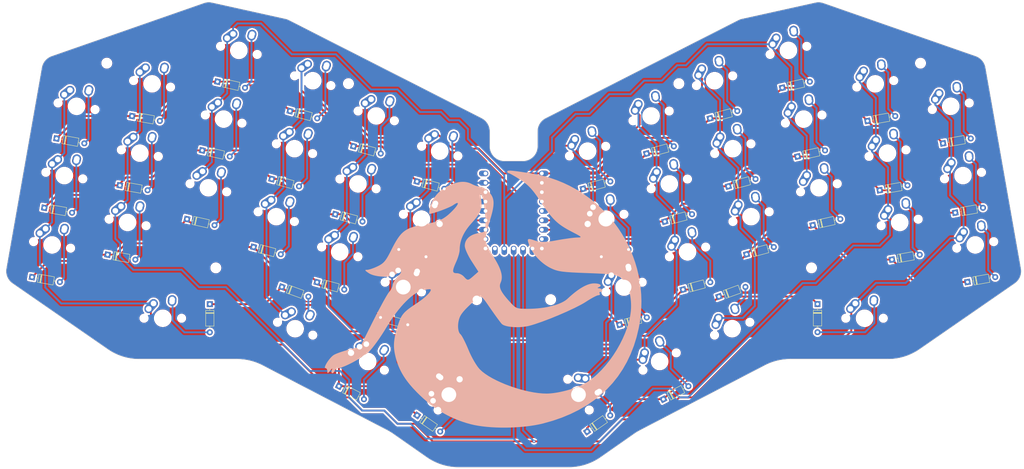
<source format=kicad_pcb>
(kicad_pcb (version 20221018) (generator pcbnew)
  (layers (0 "F.Cu" signal) (31 "B.Cu" signal) (34 "B.Paste" user) (35 "F.Paste" user) (36 "B.SilkS" user "B.Silkscreen") (37 "F.SilkS" user "F.Silkscreen") (38 "B.Mask" user) (39 "F.Mask" user) (44 "Edge.Cuts" user))
  (net 0 "")
  (net 1 "L1")
  (net 2 "Net-(D1-A)")
  (net 3 "Net-(D2-A)")
  (net 4 "Net-(D3-A)")
  (net 5 "Net-(D4-A)")
  (net 6 "Net-(D5-A)")
  (net 7 "Net-(D6-A)")
  (net 8 "L5")
  (net 9 "Net-(D7-A)")
  (net 10 "Net-(D8-A)")
  (net 11 "Net-(D9-A)")
  (net 12 "Net-(D10-A)")
  (net 13 "Net-(D11-A)")
  (net 14 "Net-(D12-A)")
  (net 15 "L2")
  (net 16 "Net-(D13-A)")
  (net 17 "Net-(D14-A)")
  (net 18 "Net-(D15-A)")
  (net 19 "Net-(D16-A)")
  (net 20 "Net-(D17-A)")
  (net 21 "Net-(D18-A)")
  (net 22 "L6")
  (net 23 "Net-(D19-A)")
  (net 24 "Net-(D20-A)")
  (net 25 "Net-(D21-A)")
  (net 26 "Net-(D22-A)")
  (net 27 "Net-(D23-A)")
  (net 28 "Net-(D24-A)")
  (net 29 "L3")
  (net 30 "Net-(D25-A)")
  (net 31 "Net-(D26-A)")
  (net 32 "Net-(D27-A)")
  (net 33 "Net-(D28-A)")
  (net 34 "Net-(D29-A)")
  (net 35 "Net-(D30-A)")
  (net 36 "L7")
  (net 37 "Net-(D31-A)")
  (net 38 "Net-(D32-A)")
  (net 39 "Net-(D33-A)")
  (net 40 "Net-(D34-A)")
  (net 41 "Net-(D35-A)")
  (net 42 "Net-(D36-A)")
  (net 43 "L4")
  (net 44 "Net-(D37-A)")
  (net 45 "Net-(D38-A)")
  (net 46 "Net-(D39-A)")
  (net 47 "Net-(D40-A)")
  (net 48 "Net-(D41-A)")
  (net 49 "L8")
  (net 50 "Net-(D42-A)")
  (net 51 "Net-(D43-A)")
  (net 52 "Net-(D44-A)")
  (net 53 "C1")
  (net 54 "C2")
  (net 55 "C3")
  (net 56 "C4")
  (net 57 "C5")
  (net 58 "C6")
  (net 66 "GND")
  (footprint "Diode_THT:D_DO-35_SOD27_P7.62mm_Horizontal" (layer "F.Cu") (at 161.768364 146.890321 -15)
    (fp_text reference "D17" hide)
    (fp_text value "1N4148" hide)
  )
  (footprint "Diode_THT:D_DO-35_SOD27_P7.62mm_Horizontal" (layer "F.Cu") (at 326.082835 127.70561 10)
    (fp_text reference "D12" hide)
    (fp_text value "1N4148" hide)
  )
  (footprint "_mx:MX-Alps-Hybrid-1U" (layer "F.Cu") (at 234.917946 148.206702 15)
    (fp_text reference "MX19" hide)
    (fp_text value "MX" hide)
  )
  (footprint "Diode_THT:D_DO-35_SOD27_P7.62mm_Horizontal" (layer "F.Cu") (at 86.412932 126.382411 -10)
    (fp_text reference "D1" hide)
    (fp_text value "1N4148" hide)
  )
  (footprint "_mx:MX-Alps-Hybrid-1U" (layer "F.Cu") (at 274.184972 147.54614 15)
    (fp_text reference "MX33" hide)
    (fp_text value "MX" hide)
  )
  (footprint "_mx:MX-Alps-Hybrid-1U" (layer "F.Cu") (at 150.745531 129.145253 -15)
    (fp_text reference "MX16" hide)
    (fp_text value "MX" hide)
  )
  (footprint "Diode_THT:D_DO-35_SOD27_P7.62mm_Horizontal" (layer "F.Cu") (at 233.703021 158.393246 15)
    (fp_text reference "D19" hide)
    (fp_text value "1N4148" hide)
  )
  (footprint "_mx:MX-Alps-Hybrid-1.5U" (layer "F.Cu") (at 192.475 195.712501 55)
    (fp_text reference "MX40")
    (fp_text value "MX")
  )
  (footprint "_mx:MX-Alps-Hybrid-1U" (layer "F.Cu") (at 311.074364 130.352009 10)
    (fp_text reference "MX23" hide)
    (fp_text value "MX" hide)
  )
  (footprint "Diode_THT:D_DO-35_SOD27_P7.62mm_Horizontal" (layer "F.Cu") (at 290.879901 149.851311 12.5)
    (fp_text reference "D34" hide)
    (fp_text value "1N4148" hide)
  )
  (footprint "_mx:MX-Alps-Hybrid-1U" (layer "F.Cu") (at 334.796949 155.184892 10)
    (fp_text reference "MX36" hide)
    (fp_text value "MX" hide)
  )
  (footprint "_mx:MX-Alps-Hybrid-1U" (layer "F.Cu") (at 167.913793 138.675977 -15)
    (fp_text reference "MX17" hide)
    (fp_text value "MX" hide)
  )
  (footprint "Diode_THT:D_DO-35_SOD27_P7.62mm_Horizontal" (layer "F.Cu") (at 149.530606 118.958709 -15)
    (fp_text reference "D4" hide)
    (fp_text value "1N4148" hide)
  )
  (footprint "_mx:MX-Alps-Hybrid-1U" (layer "F.Cu") (at 105.617638 149.112596 -10)
    (fp_text reference "MX26" hide)
    (fp_text value "MX" hide)
  )
  (footprint "_mx:MX-Alps-Hybrid-1U" (layer "F.Cu") (at 88.51105 136.424305 -10)
    (fp_text reference "MX13" hide)
    (fp_text value "MX" hide)
  )
  (footprint "Diode_THT:D_DO-35_SOD27_P7.62mm_Horizontal" (layer "F.Cu") (at 305.668249 121.633314 10)
    (fp_text reference "D11" hide)
    (fp_text value "1N4148" hide)
  )
  (footprint "_mx:MX-Alps-Hybrid-1U" (layer "F.Cu") (at 269.254469 129.145253 15)
    (fp_text reference "MX21" hide)
    (fp_text value "MX" hide)
  )
  (footprint "MountingHole:MountingHole_2.2mm_M2" (layer "F.Cu") (at 290.526022 161.39914)
    (fp_text reference "H6" hide)
    (fp_text value "MountingHole" hide)
  )
  (footprint "Diode_THT:D_DO-35_SOD27_P7.62mm_Horizontal" (layer "F.Cu") (at 245.940779 130.461635 15)
    (fp_text reference "D8" hide)
    (fp_text value "1N4148" hide)
  )
  (footprint "_mx:MX-Alps-Hybrid-1U" (layer "F.Cu") (at 249.464963 186.744155 27.5)
    (fp_text reference "MX42" hide)
    (fp_text value "MX" hide)
  )
  (footprint "_mx:MX-Alps-Hybrid-1U" (layer "F.Cu") (at 150.91837 177.866868 -20)
    (fp_text reference "MX38" hide)
    (fp_text value "MX" hide)
  )
  (footprint "Diode_THT:D_DO-35_SOD27_P7.62mm_Horizontal" (layer "F.Cu") (at 263.109041 120.93091 15)
    (fp_text reference "D9" hide)
    (fp_text value "1N4148" hide)
  )
  (footprint "Diode_THT:D_DO-35_SOD27_P7.62mm_Horizontal" (layer "F.Cu") (at 103.51952 139.070703 -10)
    (fp_text reference "D14" hide)
    (fp_text value "1N4148" hide)
  )
  (footprint "_mx:MX-Alps-Hybrid-1U" (layer "F.Cu") (at 269.08163 177.866868 20)
    (fp_text reference "MX43" hide)
    (fp_text value "MX" hide)
  )
  (footprint "_mx:MX-Alps-Hybrid-1.5U" (layer "F.Cu") (at 227.525 195.712501 -55)
    (fp_text reference "MX41")
    (fp_text value "MX")
  )
  (footprint "_mx:MX-Alps-Hybrid-1U" (layer "F.Cu") (at 112.233634 111.591421 -10)
    (fp_text reference "MX2" hide)
    (fp_text value "MX" hide)
  )
  (footprint "_mcu:rp2040-zero-tht" (layer "F.Cu") (at 210 146)
    (fp_text reference "U1" hide)
    (fp_text value "rp2040-zero" hide)
  )
  (footprint "Diode_THT:D_DO-35_SOD27_P7.62mm_Horizontal" (layer "F.Cu") (at 183.867128 138.020158 -15)
    (fp_text reference "D6" hide)
    (fp_text value "1N4148" hide)
  )
  (footprint "MountingHole:MountingHole_2.2mm_M2" (layer "F.Cu") (at 129.473978 161.39914)
    (fp_text reference "H3" hide)
    (fp_text value "MountingHole" hide)
  )
  (footprint "Diode_THT:D_DO-35_SOD27_P7.62mm_Horizontal" (layer "F.Cu") (at 250.871282 148.862522 15)
    (fp_text reference "D20" hide)
    (fp_text value "1N4148" hide)
  )
  (footprint "Diode_THT:D_DO-35_SOD27_P7.62mm_Horizontal" (layer "F.Cu") (at 174.006123 174.821932 -15)
    (fp_text reference "D30" hide)
    (fp_text value "1N4148" hide)
  )
  (footprint "MountingHole:MountingHole_2.2mm_M2" (layer "F.Cu") (at 200 170)
    (fp_text reference "H1" hide)
    (fp_text value "MountingHole" hide)
  )
  (footprint "_mx:MX-Alps-Hybrid-1U" (layer "F.Cu") (at 91.819047 117.663717 -10)
    (fp_text reference "MX1" hide)
    (fp_text value "MX" hide)
  )
  (footprint "MountingHole:MountingHole_2.2mm_M2" (layer "F.Cu") (at 320 106)
    (fp_text reference "H2" hide)
    (fp_text value "MountingHole" hide)
  )
  (footprint "Diode_THT:D_DO-35_SOD27_P7.62mm_Horizontal" (layer "F.Cu") (at 312.284244 159.15449 10)
    (fp_text reference "D35" hide)
    (fp_text value "1N4148" hide)
  )
  (footprint "_mx:MX-Alps-Hybrid-1U" (layer "F.Cu") (at 307.766367 111.591421 10)
    (fp_text reference "MX11" hide)
    (fp_text value "MX" hide)
  )
  (footprint "_mx:MX-Alps-Hybrid-1U" (layer "F.Cu") (at 85.203052 155.184892 -10)
    (fp_text reference "MX25" hide)
    (fp_text value "MX" hide)
  )
  (footprint "_mx:MX-Alps-Hybrid-1U" (layer "F.Cu") (at 328.180953 117.663717 10)
    (fp_text reference "MX12" hide)
    (fp_text value "MX" hide)
  )
  (footprint "MountingHole:MountingHole_2.2mm_M2" (layer "F.Cu") (at 254.664404 111.533845)
    (fp_text reference "H5" hide)
    (fp_text value "MountingHole" hide)
  )
  (footprint "Diode_THT:D_DO-35_SOD27_P7.62mm_Horizontal" (layer "F.Cu") (at 228.772518 139.992359 15)
    (fp_text reference "D7" hide)
    (fp_text value "1N4148" hide)
  )
  (footprint "Diode_THT:D_DO-35_SOD27_P7.62mm_Horizontal" (layer "F.Cu") (at 250.483607 196.952194 27.5)
    (fp_text reference "D42" hide)
    (fp_text value "1N4148" hide)
  )
  (footprint "MountingHole:MountingHole_2.2mm_M2" (layer "F.Cu") (at 220 170)
    (fp_text reference "H4" hide)
    (fp_text value "MountingHole" hide)
  )
  (footprint "_mx:MX-Alps-Hybrid-1U" (layer "F.Cu") (at 127.461999 139.727457 -12.5)
    (fp_text reference "MX27" hide)
    (fp_text value "MX" hide)
  )
  (footprint "Diode_THT:D_DO-35_SOD27_P7.62mm_Horizontal" (layer "F.Cu") (at 106.827518 120.310115 -10)
    (fp_text reference "D2" hide)
    (fp_text value "1N4148" hide)
  )
  (footprint "_mx:MX-Alps-Hybrid-1.25U" (layer "F.Cu") (at 304.865092 175.036888)
    (fp_text reference "MX44")
    (fp_text value "MX")
  )
  (footprint "_mx:MX-Alps-Hybrid-1U" (layer "F.Cu") (at 264.323966 110.744366 15)
    (fp_text reference "MX9" hide)
    (fp_text value "MX" hide)
  )
  (footprint "_mx:MX-Alps-Hybrid-1U" (layer "F.Cu") (at 155.676034 110.744366 -15)
    (fp_text reference "MX4" hide)
    (fp_text value "MX" hide)
  )
  (footprint "Diode_THT:D_DO-35_SOD27_P7.62mm_Horizontal" (layer "F.Cu") (at 79.796936 163.903587 -10)
    (fp_text reference "D25" hide)
    (fp_text value "1N4148" hide)
  )
  (footprint "_mx:MX-Alps-Hybrid-1U" (layer "F.Cu") (at 314.382362 149.112596 10)
    (fp_text reference "MX35" hide)
    (fp_text value "MX" hide)
  )
  (footprint "Diode_THT:D_DO-35_SOD27_P7.62mm_Horizontal" (layer "F.Cu") (at 178.936626 156.421045 -15)
    (fp_text reference "D18" hide)
    (fp_text value "1N4148" hide)
  )
  (footprint "_mx:MX-Alps-Hybrid-1U" (layer "F.Cu") (at 284.291653 102.530579 12.5)
    (fp_text reference "MX10" hide)
    (fp_text value "MX" hide)
  )
  (footprint "Diode_THT:D_DO-35_SOD27_P7.62mm_Horizontal" (layer "F.Cu") (at 129.927072 111.005164 -12.5)
    (fp_text reference "D3" hide)
    (fp_text value "1N4148" hide)
  )
  (footprint "_mx:MX-Alps-Hybrid-1U" (layer "F.Cu") (at 331.488951 136.424305 10)
    (fp_text reference "MX24" hide)
    (fp_text value "MX" hide)
  )
  (footprint "_mx:MX-Alps-Hybrid-1U" (layer "F.Cu") (at 247.155705 120.27509 15)
    (fp_text reference "MX8" hide)
    (fp_text value "MX" hide)
  )
  (footprint "_mx:MX-Alps-Hybrid-1U" (layer "F.Cu") (at 252.086208 138.675977 15)
    (fp_text reference "MX20" hide)
    (fp_text value "MX" hide)
  )
  (footprint "Diode_THT:D_DO-35_SOD27_P7.62mm_Horizontal" (layer "F.Cu") (at 286.756726 131.252872 12.5)
    (fp_text reference "D22" hide)
    (fp_text value "1N4148" hide)
  )
  (footprint "Diode_THT:D_DO-35_SOD27_P7.62mm_Horizontal" (layer "F.Cu") (at 292.153125 171.193125 -90)
    (fp_text reference "D44" hide)
    (fp_text value "1N4148" hide)
  )
  (footprint "Diode_THT:D_DO-35_SOD27_P7.62mm_Horizontal" (layer "F.Cu") (at 121.680723 148.202042 -12.5)
    (fp_text reference "D27" hide)
    (fp_text value "1N4148" hide)
  )
  (footprint "_mx:MX-Alps-Hybrid-1U" (layer "F.Cu") (at 145.815028 147.54614 -15)
    (fp_text reference "MX28" hide)
    (fp_text value "MX" hide)
  )
  (footprint "Diode_THT:D_DO-35_SOD27_P7.62mm_Horizontal" (layer "F.Cu") (at 139.6696 155.760483 -15)
    (fp_text reference "D28" hide)
    (fp_text value "1N4148" hide)
  )
  (footprint "Diode_THT:D_DO-35_SOD27_P7.62mm_Horizontal" (layer "F.Cu") (at 156.837861 165.291208 -15)
    (fp_text reference "D29" hide)
    (fp_text value "1N4148" hide)
  )
  (footprint "_mx:MX-Alps-Hybrid-1U" (layer "F.Cu") (at 180.151551 166.607589 -15)
    (fp_text reference "MX30" hide)
    (fp_text value "MX" hide)
  )
  (footprint "_mx:MX-Alps-Hybrid-1U" (layer "F.Cu") (at 292.538002 139.727457 12.5)
    (fp_text reference "MX34" hide)
    (fp_text value "MX" hide)
  )
  (footprint "Diode_THT:D_DO-35_SOD27_P7.62mm_Horizontal" (layer "F.Cu") (at 255.801785 167.263409 15)
    (fp_text reference "D32" hide)
    (fp_text value "1N4148" hide)
  )
  (footprint "Diode_THT:D_DO-35_SOD27_P7.62mm_Horizontal" (layer "F.Cu") (at 166.698867 128.489434 -15)
    (fp_text reference "D5" hide)
    (fp_text value "1N4148" hide)
  )
  (footprint "Diode_THT:D_DO-35_SOD27_P7.62mm_Horizontal" (layer "F.Cu") (at 268.039543 139.331797 15)
    (fp_text reference "D21" hide)
    (fp_text value "1N4148" hide)
  )
  (footprint "Diode_THT:D_DO-35_SOD27_P7.62mm_Horizontal" (layer "F.Cu") (at 100.211523 157.831291 -10)
    (fp_text reference "D26" hide)
    (fp_text value "1N4148" hide)
  )
  (footprint "_mx:MX-Alps-Hybrid-1U" (layer "F.Cu") (at 170.535038 186.744155 -27.5)
    (fp_text reference "MX39" hide)
    (fp_text value "MX" hide)
  )
  (footprint "Diode_THT:D_DO-35_SOD27_P7.62mm_Horizontal" (layer "F.Cu") (at 147.338141 166.556279 -20)
    (fp_text reference "D38" hide)
    (fp_text value "1N4148" hide)
  )
  (footprint "Diode_THT:D_DO-35_SOD27_P7.62mm_Horizontal" (layer "F.Cu") (at 282.633552 112.654433 12.5)
    (fp_text reference "D10" hide)
    (fp_text value "1N4148" hide)
  )
  (footprint "Diode_THT:D_DO-35_SOD27_P7.62mm_Horizontal" (layer "F.Cu") (at 308.976246 140.393902 10)
    (fp_text reference "D23" hide)
    (fp_text value "1N4148" hide)
  )
  (footprint "_mx:MX-Alps-Hybrid-1U" (layer "F.Cu") (at 108.925636 130.352009 -10)
    (fp_text reference "MX14" hide)
    (fp_text value "MX" hide)
  )
  (footprint "Diode_THT:D_DO-35_SOD27_P7.62mm_Horizontal" (layer "F.Cu") (at 83.104934 145.142999 -10)
    (fp_text reference "D13" hide)
    (fp_text value "1N4148" hide)
  )
  (footprint "Diode_THT:D_DO-35_SOD27_P7.62mm_Horizontal" (layer "F.Cu") (at 125.803898 129.603603 -12.5)
    (fp_text reference "D15" hide)
    (fp_text value "1N4148" hide)
  )
  (footprint "_mx:MX-Alps-Hybrid-1U" (layer "F.Cu") (at 288.414827 121.129018 12.5)
    (fp_text reference "MX22" hide)
    (fp_text value "MX" hide)
  )
  (footprint "Diode_THT:D_DO-35_SOD27_P7.62mm_Horizontal" (layer "F.Cu") (at 272.970046 157.732684 15)
    (fp_text reference "D33" hide)
    (fp_text value "1N4148" hide)
  )
  (footprint "_mx:MX-Alps-Hybrid-1U" (layer "F.Cu") (at 172.844295 120.27509 -15)
    (fp_text reference "MX5" hide)
    (fp_text value "MX" hide)
  )
  (footprint "Diode_THT:D_DO-35_SOD27_P7.62mm_Horizontal" (layer "F.Cu") (at 183.890716 201.329597 -35)
    (fp_text reference "D40" hide)
    (fp_text value "1N4148" hide)
  )
  (footprint "Diode_THT:D_DO-35_SOD27_P7.62mm_Horizontal" (layer "F.Cu") (at 127.846875 171.226888 -90)
    (fp_text reference "D37" hide)
    (fp_text value "1N4148" hide)
  )
  (footprint "Diode_THT:D_DO-35_SOD27_P7.62mm_Horizontal" (layer "F.Cu") (at 229.867347 205.70025 35)
    (fp_text reference "D41" hide)
    (fp_text value "1N4148" hide)
  )
  (footprint "_mx:MX-Alps-Hybrid-1U" (layer "F.Cu") (at 257.01671 157.076864 15)
    (fp_text reference "MX32" hide)
    (fp_text value "MX" hide)
  )
  (footprint "Diode_THT:D_DO-35_SOD27_P7.62mm_Horizontal" (layer "F.Cu") (at 162.757371 193.43367 -27.5)
    (fp_text reference "D39" hide)
    (fp_text value "1N4148" hide)
  )
  (footprint "Diode_THT:D_DO-35_SOD27_P7.62mm_Horizontal" (layer "F.Cu") (at 329.390833 146.466198 10)
    (fp_text reference "D24" hide)
    (fp_text value "1N4148" hide)
  )
  (footprint "_mx:MX-Alps-Hybrid-1.25U" (layer "F.Cu") (at 115.134908 175.036888)
    (fp_text reference "MX37")
    (fp_text value "MX")
  )
  (footprint "_mx:MX-Alps-Hybrid-1U" (layer "F.Cu") (at 131.585173 121.129018 -12.5)
    (fp_text reference "MX15" hide)
    (fp_text value "MX" hide)
  )
  (footprint "_mx:MX-Alps-Hybrid-1U" (layer "F.Cu") (at 190.012557 129.805815 -15)
    (fp_text reference "MX6" hide)
    (fp_text value "MX" hide)
  )
  (footprint "_mx:MX-Alps-Hybrid-1U" (layer "F.Cu") (at 135.708348 102.530579 -12.5)
    (fp_text reference "MX3" hide)
    (fp_text value "MX" hide)
  )
  (footprint "Diode_THT:D_DO-35_SOD27_P7.62mm_Horizontal" (layer "F.Cu") (at 238.633523 176.794133 15)
    (fp_text reference "D31" hide)
    (fp_text value "1N4148" hide)
  )
  (footprint "_mx:MX-Alps-Hybrid-1U" (layer "F.Cu") (at 162.98329 157.076864 -15)
    (fp_text reference "MX29" hide)
    (fp_text value "MX" hide)
  )
  (footprint "MountingHole:MountingHole_2.2mm_M2" (layer "F.Cu") (at 100 106)
    (fp_text reference "H8" hide)
    (fp_text value "MountingHole" hide)
  )
  (footprint "_mx:MX-Alps-Hybrid-1U" (layer "F.Cu") (at 229.987443 129.805815 15)
    (fp_text reference "MX7" hide)
    (fp_text value "MX" hide)
  )
  (footprint "Diode_THT:D_DO-35_SOD27_P7.62mm_Horizontal" (layer "F.Cu") (at 332.698831 165.226786 10)
    (fp_text reference "D36" hide)
    (fp_text value "1N4148" hide)
  )
  (footprint "Diode_THT:D_DO-35_SOD27_P7.62mm_Horizontal" (layer "F.Cu") (at 265.501401 169.162472 20)
    (fp_text reference "D43" hide)
    (fp_text value "1N4148" hide)
  )
  (footprint "MountingHole:MountingHole_2.2mm_M2" (layer "F.Cu") (at 165.335596 111.533845)
    (fp_text reference "H7" hide)
    (fp_text value "MountingHole" hide)
  )
  (footprint "_mx:MX-Alps-Hybrid-1U" (layer "F.Cu") (at 185.082054 148.206702 -15)
    (fp_text reference "MX18" hide)
    (fp_text value "MX" hide)
  )
  (footprint "Diode_THT:D_DO-35_SOD27_P7.62mm_Horizontal" (layer "F.Cu") (at 144.600103 137.359596 -15)
    (fp_text reference "D16" hide)
    (fp_text value "1N4148" hide)
  )
  (footprint "_mx:MX-Alps-Hybrid-1U" (layer "F.Cu") (at 239.848449 166.607589 15)
    (fp_text reference "MX31" hide)
    (fp_text value "MX" hide)
  )
  (gr_poly (pts (xy 208.977633 135.07837) (xy 209.113375 135.082273) (xy 209.263646 135.089814) (xy 209.429064 135.10104) (xy 209.610245 135.115998) (xy 209.807807 135.134733) (xy 210.254545 135.183726) (xy 210.774216 135.248391) (xy 211.371759 135.329102) (xy 212.052113 135.426231) (xy 212.820216 135.540153) (xy 213.681009 135.671239) (xy 214.63943 135.819864) (xy 216.484968 136.157603) (xy 218.290126 136.586524) (xy 220.052917 137.103776) (xy 221.771357 137.706509) (xy 223.443459 138.391872) (xy 225.067239 139.157014) (xy 226.64071 139.999085) (xy 228.161887 140.915232) (xy 229.628784 141.902607) (xy 231.039416 142.958358) (xy 232.391796 144.079634) (xy 233.683941 145.263584) (xy 234.913863 146.507359) (xy 236.079577 147.808106) (xy 237.179098 149.162975) (xy 238.210441 150.569116) (xy 239.171618 152.023678) (xy 240.060646 153.523809) (xy 240.875538 155.06666) (xy 241.614308 156.649379) (xy 242.274972 158.269115) (xy 242.855543 159.923018) (xy 243.354035 161.608238) (xy 243.768465 163.321923) (xy 244.096844 165.061222) (xy 244.337189 166.823285) (xy 244.487514 168.605261) (xy 244.545832 170.4043) (xy 244.510158 172.217549) (xy 244.378507 174.04216) (xy 244.148894 175.87528) (xy 243.819331 177.71406) (xy 243.231244 180.16333) (xy 242.501396 182.505999) (xy 241.630866 184.740986) (xy 240.620734 186.867216) (xy 239.472077 188.883608) (xy 238.185976 190.789086) (xy 236.763509 192.582571) (xy 235.205756 194.262984) (xy 233.513796 195.829249) (xy 231.688707 197.280285) (xy 229.731569 198.615016) (xy 227.643461 199.832363) (xy 225.425462 200.931248) (xy 223.078651 201.910593) (xy 220.604107 202.76932) (xy 218.00291 203.50635) (xy 216.905809 203.759483) (xy 215.741707 203.980993) (xy 214.521163 204.170774) (xy 213.254739 204.32872) (xy 211.952997 204.454726) (xy 210.626496 204.548687) (xy 209.285798 204.610497) (xy 207.941463 204.640051) (xy 206.604054 204.637244) (xy 205.284131 204.60197) (xy 203.992254 204.534124) (xy 202.738985 204.4336) (xy 201.534885 204.300294) (xy 200.390514 204.134099) (xy 199.316435 203.934911) (xy 198.323207 203.702624) (xy 198.323205 203.702626) (xy 198.323204 203.702629) (xy 198.323202 203.702632) (xy 198.3232 203.702635) (xy 198.323198 203.702637) (xy 198.323196 203.70264) (xy 198.323194 203.702642) (xy 198.323192 203.702645) (xy 198.32319 203.702647) (xy 198.323187 203.702648) (xy 198.323185 203.70265) (xy 198.323183 203.702651) (xy 198.323181 203.702653) (xy 198.32318 203.702653) (xy 198.323179 203.702654) (xy 198.323178 203.702654) (xy 198.323177 203.702654) (xy 198.323176 203.702654) (xy 197.231528 203.395902) (xy 196.162227 203.053644) (xy 195.114263 202.675252) (xy 194.086628 202.260102) (xy 193.078313 201.807568) (xy 192.088309 201.317024) (xy 191.115608 200.787845) (xy 190.159201 200.219405) (xy 189.218078 199.611079) (xy 188.291231 198.96224) (xy 187.377652 198.272264) (xy 186.476331 197.540525) (xy 185.586259 196.766396) (xy 184.706429 195.949253) (xy 183.83583 195.08847) (xy 182.973454 194.18342) (xy 182.462696 193.618213) (xy 181.981819 193.05779) (xy 181.529973 192.500581) (xy 181.106308 191.945015) (xy 180.709973 191.38952) (xy 180.340116 190.832525) (xy 179.995888 190.272459) (xy 179.676436 189.707751) (xy 179.380912 189.136831) (xy 179.108463 188.558126) (xy 178.858239 187.970067) (xy 178.62939 187.37108) (xy 178.421063 186.759597) (xy 178.23241 186.134045) (xy 178.062578 185.492854) (xy 177.910718 184.834452) (xy 177.819875 184.378068) (xy 177.746255 183.932841) (xy 177.690232 183.495152) (xy 177.652177 183.061382) (xy 177.632463 182.627915) (xy 177.631461 182.19113) (xy 177.649545 181.74741) (xy 177.687086 181.293137) (xy 177.744456 180.824691) (xy 177.822029 180.338456) (xy 177.920175 179.830812) (xy 178.039268 179.298141) (xy 178.17968 178.736824) (xy 178.341782 178.143244) (xy 178.525948 177.513782) (xy 178.732549 176.84482) (xy 178.897362 176.338398) (xy 179.059702 175.876759) (xy 179.224312 175.454375) (xy 179.395932 175.065716) (xy 179.579304 174.705254) (xy 179.779171 174.367459) (xy 180.000272 174.046804) (xy 180.247352 173.737759) (xy 180.52515 173.434795) (xy 180.838409 173.132384) (xy 181.19187 172.824996) (xy 181.590275 172.507102) (xy 182.038366 172.173175) (xy 182.540884 171.817685) (xy 183.102571 171.435102) (xy 183.728169 171.0199) (xy 184.178573 170.716642) (xy 184.611173 170.411346) (xy 185.023684 170.106312) (xy 185.413818 169.803836) (xy 185.77929 169.506218) (xy 186.117814 169.215755) (xy 186.427104 168.934746) (xy 186.704872 168.665489) (xy 186.948834 168.410283) (xy 187.156702 168.171425) (xy 187.326191 167.951214) (xy 187.455014 167.751948) (xy 187.540885 167.575925) (xy 187.567 167.497348) (xy 187.581519 167.425444) (xy 187.584157 167.360499) (xy 187.574628 167.302802) (xy 187.552646 167.252639) (xy 187.517926 167.210299) (xy 187.508244 167.203685) (xy 187.494396 167.197921) (xy 187.454669 167.188901) (xy 187.399668 167.183158) (xy 187.330319 167.18061) (xy 187.247544 167.181175) (xy 187.152267 167.184774) (xy 187.045414 167.191325) (xy 186.927907 167.200746) (xy 186.800671 167.212956) (xy 186.66463 167.227875) (xy 186.369827 167.265513) (xy 186.050891 167.313009) (xy 185.715215 167.369715) (xy 185.449984 167.426539) (xy 185.178347 167.503227) (xy 184.900624 167.599459) (xy 184.617135 167.714915) (xy 184.328198 167.849277) (xy 184.034133 168.002223) (xy 183.431898 168.362595) (xy 182.812985 168.793472) (xy 182.179948 169.292299) (xy 181.535344 169.856519) (xy 180.881729 170.483575) (xy 180.221657 171.17091) (xy 179.557684 171.915967) (xy 178.892365 172.71619) (xy 178.228257 173.569022) (xy 177.567914 174.471906) (xy 176.913892 175.422285) (xy 176.268747 176.417602) (xy 175.635034 177.455301) (xy 175.013987 178.474729) (xy 174.361228 179.494805) (xy 173.696292 180.488268) (xy 173.038711 181.427854) (xy 172.408018 182.286301) (xy 171.823747 183.036346) (xy 171.305431 183.650728) (xy 171.07711 183.898525) (xy 170.872602 184.102183) (xy 170.502012 184.42651) (xy 170.061033 184.771285) (xy 169.560401 185.1308) (xy 169.010856 185.499345) (xy 168.423134 185.871212) (xy 167.807973 186.240693) (xy 167.176111 186.602078) (xy 166.538286 186.94966) (xy 165.905234 187.277728) (xy 165.287693 187.580576) (xy 164.696402 187.852494) (xy 164.142097 188.087773) (xy 163.635517 188.280706) (xy 163.187398 188.425583) (xy 162.808479 188.516695) (xy 162.509497 188.548334) (xy 162.476379 188.549235) (xy 162.442996 188.551906) (xy 162.409408 188.556304) (xy 162.375671 188.562385) (xy 162.341844 188.570105) (xy 162.307984 188.579419) (xy 162.2404 188.602656) (xy 162.17338 188.631741) (xy 162.10739 188.666322) (xy 162.042891 188.706046) (xy 161.980347 188.750561) (xy 161.920221 188.799513) (xy 161.862977 188.852549) (xy 161.809077 188.909317) (xy 161.758986 188.969463) (xy 161.713165 189.032634) (xy 161.672079 189.098478) (xy 161.636191 189.166642) (xy 161.620341 189.201484) (xy 161.605963 189.236773) (xy 161.569984 189.324668) (xy 161.532105 189.406271) (xy 161.492591 189.481619) (xy 161.451709 189.550753) (xy 161.409722 189.613711) (xy 161.366896 189.670533) (xy 161.323497 189.721257) (xy 161.279789 189.765923) (xy 161.236037 189.80457) (xy 161.192508 189.837237) (xy 161.149465 189.863963) (xy 161.107175 189.884787) (xy 161.065902 189.899748) (xy 161.025911 189.908886) (xy 160.987468 189.912239) (xy 160.950838 189.909846) (xy 160.916286 189.901748) (xy 160.884078 189.887982) (xy 160.854477 189.868588) (xy 160.82775 189.843606) (xy 160.804162 189.813073) (xy 160.783978 189.77703) (xy 160.767463 189.735515) (xy 160.754882 189.688567) (xy 160.746501 189.636226) (xy 160.742584 189.578531) (xy 160.743397 189.515521) (xy 160.749204 189.447234) (xy 160.760273 189.373711) (xy 160.776866 189.29499) (xy 160.79925 189.21111) (xy 160.827689 189.122111) (xy 160.866151 189.007705) (xy 160.897029 188.909168) (xy 160.92003 188.826571) (xy 160.934862 188.759989) (xy 160.939122 188.732726) (xy 160.941231 188.709493) (xy 160.94115 188.690302) (xy 160.938843 188.675159) (xy 160.934275 188.664075) (xy 160.927407 188.657058) (xy 160.918204 188.654119) (xy 160.906629 188.655265) (xy 160.892645 188.660506) (xy 160.876216 188.669852) (xy 160.857305 188.683311) (xy 160.835875 188.700893) (xy 160.785312 188.748461) (xy 160.724235 188.81263) (xy 160.652351 188.893472) (xy 160.569366 188.991061) (xy 160.474987 189.10547) (xy 160.368922 189.236773) (xy 160.252107 189.381399) (xy 160.148133 189.50716) (xy 160.056247 189.614171) (xy 159.975695 189.702547) (xy 159.905723 189.772403) (xy 159.874469 189.800422) (xy 159.845577 189.823854) (xy 159.818954 189.842713) (xy 159.794504 189.857015) (xy 159.772134 189.866773) (xy 159.75175 189.872002) (xy 159.733257 189.872716) (xy 159.71656 189.868929) (xy 159.701567 189.860657) (xy 159.688182 189.847913) (xy 159.676312 189.830712) (xy 159.665861 189.809067) (xy 159.656736 189.782995) (xy 159.648843 189.752508) (xy 159.642088 189.717622) (xy 159.636375 189.67835) (xy 159.627703 189.586708) (xy 159.622073 189.477698) (xy 159.618731 189.351435) (xy 159.614618 189.269617) (xy 159.605709 189.190092) (xy 159.592258 189.113274) (xy 159.574517 189.039573) (xy 159.552741 188.969402) (xy 159.527181 188.903172) (xy 159.498092 188.841295) (xy 159.465726 188.784183) (xy 159.430337 188.732247) (xy 159.392177 188.685901) (xy 159.3515 188.645555) (xy 159.330297 188.62776) (xy 159.308559 188.611621) (xy 159.286319 188.597187) (xy 159.263607 188.58451) (xy 159.240456 188.573643) (xy 159.216897 188.564636) (xy 159.192962 188.557541) (xy 159.168682 188.55241) (xy 159.14409 188.549293) (xy 159.119216 188.548243) (xy 159.059896 188.540345) (xy 159.014167 188.517222) (xy 158.981497 188.479735) (xy 158.961352 188.42874) (xy 158.953202 188.365096) (xy 158.956511 188.289663) (xy 158.970749 188.203297) (xy 158.995381 188.106859) (xy 159.029875 188.001206) (xy 159.073699 187.887196) (xy 159.187203 187.637543) (xy 159.331631 187.364767) (xy 159.502721 187.075735) (xy 159.69621 186.777316) (xy 159.907837 186.476378) (xy 160.133338 186.179788) (xy 160.368452 185.894414) (xy 160.608917 185.627124) (xy 160.85047 185.384785) (xy 160.970323 185.275119) (xy 161.08885 185.174267) (xy 161.205517 185.083086) (xy 161.319792 185.002436) (xy 161.440394 184.928801) (xy 161.588934 184.849327) (xy 161.76331 184.764762) (xy 161.961416 184.675854) (xy 162.420406 184.488003) (xy 162.949071 184.291763) (xy 163.530577 184.093121) (xy 164.148092 183.898063) (xy 164.784782 183.712577) (xy 165.423815 183.54265) (xy 168.500639 182.766161) (xy 171.970156 175.836962) (xy 173.386712 173.069778) (xy 174.67891 170.657664) (xy 175.233778 169.665777) (xy 175.70404 168.85988) (xy 176.071857 168.27238) (xy 176.31939 167.935686) (xy 176.409352 167.831928) (xy 176.497475 167.721796) (xy 176.583274 167.606255) (xy 176.666265 167.486272) (xy 176.74596 167.362813) (xy 176.821876 167.236842) (xy 176.893525 167.109327) (xy 176.960424 166.981234) (xy 177.022086 166.853527) (xy 177.078025 166.727174) (xy 177.127757 166.60314) (xy 177.170796 166.482391) (xy 177.206656 166.365893) (xy 177.234852 166.254611) (xy 177.254898 166.149513) (xy 177.266309 166.051563) (xy 177.279992 165.951515) (xy 177.306712 165.840265) (xy 177.345759 165.718985) (xy 177.396423 165.588849) (xy 177.457992 165.45103) (xy 177.529756 165.306701) (xy 177.611005 165.157034) (xy 177.701029 165.003204) (xy 177.799117 164.846384) (xy 177.904559 164.687745) (xy 178.016644 164.528462) (xy 178.134662 164.369707) (xy 178.257902 164.212653) (xy 178.385654 164.058474) (xy 178.517208 163.908343) (xy 178.651853 163.763432) (xy 178.890251 163.506843) (xy 179.090842 163.275101) (xy 179.254143 163.069012) (xy 179.380672 162.889379) (xy 179.430308 162.809736) (xy 179.470946 162.737009) (xy 179.502649 162.671299) (xy 179.525483 162.612705) (xy 179.539511 162.56133) (xy 179.5448 162.517273) (xy 179.541412 162.480635) (xy 179.529414 162.451517) (xy 179.50887 162.430019) (xy 179.479844 162.416243) (xy 179.442401 162.410287) (xy 179.396606 162.412254) (xy 179.342523 162.422243) (xy 179.280218 162.440356) (xy 179.209755 162.466693) (xy 179.131198 162.501354) (xy 179.044612 162.54444) (xy 178.950062 162.596052) (xy 178.737329 162.725255) (xy 178.493516 162.889769) (xy 178.21914 163.090397) (xy 178.084191 163.182586) (xy 177.932795 163.267995) (xy 177.765981 163.346657) (xy 177.584778 163.418606) (xy 177.183325 163.542504) (xy 176.736671 163.63996) (xy 176.253051 163.711249) (xy 175.7407 163.756641) (xy 175.207852 163.776411) (xy 174.662744 163.77083) (xy 174.113611 163.740172) (xy 173.568687 163.68471) (xy 173.036208 163.604715) (xy 172.524408 163.500462) (xy 172.041524 163.372222) (xy 171.595789 163.220268) (xy 171.19544 163.044873) (xy 171.014858 162.94847) (xy 170.848711 162.84631) (xy 170.652622 162.715035) (xy 170.479994 162.596243) (xy 170.330528 162.489374) (xy 170.203926 162.393871) (xy 170.09989 162.309178) (xy 170.018122 162.234735) (xy 169.985495 162.201183) (xy 169.958324 162.169985) (xy 169.94959 162.158376) (xy 193.637079 162.158376) (xy 193.637517 162.248779) (xy 193.645237 162.331553) (xy 193.660253 162.406976) (xy 193.682577 162.475326) (xy 193.712222 162.536881) (xy 193.749202 162.591916) (xy 193.79353 162.640711) (xy 193.845218 162.683541) (xy 193.90428 162.720686) (xy 193.970729 162.752421) (xy 194.044578 162.779025) (xy 194.214528 162.817949) (xy 194.414234 162.839675) (xy 194.643802 162.846424) (xy 194.75775 162.851187) (xy 194.876959 162.86516) (xy 195.000451 162.887873) (xy 195.127249 162.918856) (xy 195.256374 162.957638) (xy 195.38685 163.003748) (xy 195.517698 163.056716) (xy 195.647942 163.11607) (xy 195.776602 163.181341) (xy 195.902702 163.252057) (xy 196.025264 163.327748) (xy 196.14331 163.407944) (xy 196.255863 163.492173) (xy 196.361944 163.579965) (xy 196.460577 163.670849) (xy 196.550784 163.764355) (xy 196.733756 163.964957) (xy 196.897562 164.138369) (xy 196.973402 164.214782) (xy 197.045798 164.284284) (xy 197.115202 164.346835) (xy 197.182062 164.402397) (xy 197.246827 164.450932) (xy 197.309949 164.492403) (xy 197.371875 164.52677) (xy 197.433057 164.553996) (xy 197.493942 164.574043) (xy 197.554981 164.586871) (xy 197.616624 164.592444) (xy 197.67932 164.590723) (xy 197.743519 164.58167) (xy 197.80967 164.565246) (xy 197.878223 164.541414) (xy 197.949627 164.510135) (xy 198.024332 164.471371) (xy 198.102788 164.425084) (xy 198.185444 164.371235) (xy 198.272749 164.309787) (xy 198.365155 164.240702) (xy 198.463109 164.163941) (xy 198.677462 163.987238) (xy 198.919406 163.779374) (xy 199.192538 163.540043) (xy 199.192401 163.540058) (xy 200.457263 162.426838) (xy 198.618693 159.582234) (xy 198.425335 159.27658) (xy 198.238792 158.968869) (xy 197.889277 158.354321) (xy 197.576396 157.752692) (xy 197.306396 157.178083) (xy 197.189427 156.905317) (xy 197.085521 156.644593) (xy 196.995459 156.397676) (xy 196.92002 156.166326) (xy 196.859987 155.952306) (xy 196.816139 155.75738) (xy 196.789258 155.58331) (xy 196.780124 155.431858) (xy 196.78425 155.269761) (xy 196.796557 155.110231) (xy 196.816939 154.953369) (xy 196.845292 154.799272) (xy 196.881508 154.64804) (xy 196.925482 154.499772) (xy 196.977109 154.354565) (xy 197.036282 154.21252) (xy 197.102897 154.073734) (xy 197.176846 153.938307) (xy 197.258024 153.806337) (xy 197.346326 153.677923) (xy 197.441645 153.553164) (xy 197.543877 153.432159) (xy 197.652914 153.315007) (xy 197.768652 153.201805) (xy 197.890984 153.092654) (xy 198.019805 152.987652) (xy 198.15501 152.886898) (xy 198.296491 152.79049) (xy 198.444144 152.698527) (xy 198.597862 152.611109) (xy 198.75754 152.528333) (xy 198.923072 152.4503) (xy 199.094353 152.377106) (xy 199.271276 152.308852) (xy 199.453736 152.245637) (xy 199.641627 152.187558) (xy 199.834843 152.134715) (xy 200.033278 152.087206) (xy 200.236827 152.04513) (xy 200.445384 152.008587) (xy 200.752295 151.958064) (xy 201.023434 151.90904) (xy 201.261133 151.859142) (xy 201.467725 151.805999) (xy 201.560085 151.777469) (xy 201.645543 151.747238) (xy 201.72439 151.715009) (xy 201.796919 151.680486) (xy 201.86342 151.643372) (xy 201.924185 151.60337) (xy 201.979505 151.560185) (xy 202.029674 151.51352) (xy 202.074981 151.463077) (xy 202.115718 151.408561) (xy 202.152177 151.349675) (xy 202.18465 151.286122) (xy 202.213428 151.217606) (xy 202.238803 151.14383) (xy 202.261066 151.064497) (xy 202.280509 150.979312) (xy 202.312099 150.790197) (xy 202.335908 150.574112) (xy 202.354268 150.328684) (xy 202.36951 150.051542) (xy 202.383883 149.698852) (xy 202.393237 149.333607) (xy 202.39766 148.966391) (xy 202.39724 148.607788) (xy 202.392063 148.26838) (xy 202.382218 147.958751) (xy 202.367792 147.689484) (xy 202.348872 147.471162) (xy 202.217184 146.24158) (xy 202.044543 144.574342) (xy 201.994296 144.161006) (xy 201.928666 143.744827) (xy 201.850432 143.337099) (xy 201.762368 142.949119) (xy 201.667253 142.59218) (xy 201.567863 142.277578) (xy 201.517433 142.139683) (xy 201.466975 142.016608) (xy 201.416837 141.909765) (xy 201.367366 141.820566) (xy 201.304127 141.721203) (xy 201.275212 141.67881) (xy 201.248089 141.641333) (xy 201.222749 141.608816) (xy 201.199184 141.581302) (xy 201.177384 141.558835) (xy 201.157343 141.541457) (xy 201.13905 141.529212) (xy 201.122498 141.522143) (xy 201.114872 141.520563) (xy 201.107677 141.520294) (xy 201.100914 141.52134) (xy 201.094581 141.523707) (xy 201.088676 141.527401) (xy 201.083199 141.532426) (xy 201.073523 141.546495) (xy 201.065546 141.565956) (xy 201.059257 141.590852) (xy 201.05465 141.621228) (xy 201.051715 141.657126) (xy 201.050443 141.69859) (xy 201.050827 141.745663) (xy 201.052857 141.798387) (xy 201.056526 141.856807) (xy 201.068743 141.990907) (xy 201.08741 142.148307) (xy 201.112459 142.329354) (xy 201.143822 142.534393) (xy 201.18143 142.763773) (xy 201.250879 143.225807) (xy 201.297484 143.661032) (xy 201.319608 144.073641) (xy 201.315615 144.467823) (xy 201.283867 144.84777) (xy 201.257073 145.033716) (xy 201.222727 145.217674) (xy 201.180624 145.400169) (xy 201.13056 145.581725) (xy 201.07233 145.762866) (xy 201.005729 145.944115) (xy 200.930552 146.125997) (xy 200.846596 146.309035) (xy 200.651526 146.680676) (xy 200.41888 147.063229) (xy 200.147024 147.460885) (xy 199.83432 147.877836) (xy 199.479131 148.318272) (xy 199.079821 148.786385) (xy 198.634753 149.286367) (xy 198.236915 149.739288) (xy 197.86618 150.189659) (xy 197.522343 150.63794) (xy 197.205195 151.084595) (xy 196.91453 151.530084) (xy 196.650142 151.97487) (xy 196.411822 152.419413) (xy 196.199364 152.864175) (xy 196.012561 153.309619) (xy 195.851205 153.756205) (xy 195.715091 154.204395) (xy 195.60401 154.654652) (xy 195.517757 155.107435) (xy 195.456123 155.563209) (xy 195.418902 156.022433) (xy 195.405887 156.485569) (xy 195.400917 156.619414) (xy 195.386844 156.769873) (xy 195.364136 156.935298) (xy 195.333259 157.114042) (xy 195.29468 157.304458) (xy 195.248866 157.504899) (xy 195.196284 157.713717) (xy 195.1374 157.929266) (xy 195.002594 158.373968) (xy 194.848184 158.825827) (xy 194.764794 159.050322) (xy 194.677903 159.271665) (xy 194.587978 159.48821) (xy 194.495486 159.698307) (xy 194.288119 160.16275) (xy 194.109149 160.581144) (xy 193.95868 160.955709) (xy 193.836817 161.288665) (xy 193.743665 161.58223) (xy 193.679328 161.838625) (xy 193.64391 162.060068) (xy 193.637079 162.158376) (xy 169.94959 162.158376) (xy 169.93657 162.141071) (xy 169.920197 162.114371) (xy 169.909167 162.089815) (xy 169.903444 162.067334) (xy 169.902989 162.046858) (xy 169.907766 162.028318) (xy 169.917737 162.011643) (xy 169.932866 161.996764) (xy 169.953114 161.983612) (xy 169.978444 161.972116) (xy 170.00882 161.962206) (xy 170.044204 161.953814) (xy 170.129846 161.941302) (xy 170.235073 161.934022) (xy 170.359587 161.931416) (xy 170.460221 161.926164) (xy 170.578045 161.911373) (xy 170.711596 161.887532) (xy 170.859411 161.855131) (xy 171.020027 161.814658) (xy 171.191981 161.766603) (xy 171.37381 161.711456) (xy 171.564051 161.649706) (xy 171.963917 161.508353) (xy 172.379874 161.34646) (xy 172.800219 161.167941) (xy 173.008379 161.073671) (xy 173.213247 160.976711) (xy 173.511943 160.827222) (xy 173.787773 160.677717) (xy 174.043549 160.52489) (xy 174.282083 160.365434) (xy 174.506185 160.196043) (xy 174.613704 160.106588) (xy 174.718668 160.01341) (xy 174.821431 159.916094) (xy 174.922343 159.814228) (xy 175.021756 159.707398) (xy 175.120021 159.595191) (xy 175.314514 159.352992) (xy 175.508634 159.084325) (xy 175.70519 158.785883) (xy 175.906997 158.454359) (xy 176.116863 158.086446) (xy 176.337602 157.678839) (xy 176.572024 157.22823) (xy 176.822942 156.731312) (xy 177.307903 155.776453) (xy 177.763421 154.92192) (xy 178.198706 154.160654) (xy 178.622972 153.485594) (xy 179.045431 152.889682) (xy 179.25886 152.619199) (xy 179.475293 152.365857) (xy 179.695879 152.128771) (xy 179.921771 151.90706) (xy 180.15412 151.699841) (xy 180.394078 151.506231) (xy 180.642795 151.325349) (xy 180.901424 151.156312) (xy 181.171117 150.998237) (xy 181.453023 150.850242) (xy 181.748296 150.711445) (xy 182.058086 150.580962) (xy 182.725826 150.341413) (xy 183.465453 150.124534) (xy 184.28618 149.923266) (xy 185.19722 149.730551) (xy 186.207784 149.539327) (xy 186.852325 149.417114) (xy 187.450926 149.291718) (xy 188.007735 149.161121) (xy 188.5269 149.0233) (xy 189.012569 148.876238) (xy 189.468891 148.717913) (xy 189.900013 148.546305) (xy 190.310085 148.359396) (xy 190.703255 148.155164) (xy 191.08367 147.931589) (xy 191.455479 147.686652) (xy 191.82283 147.418333) (xy 192.189872 147.124611) (xy 192.560752 146.803467) (xy 192.93962 146.452881) (xy 193.330623 146.070832) (xy 193.670509 145.721842) (xy 193.969991 145.3961) (xy 194.228643 145.095623) (xy 194.44604 144.822425) (xy 194.621756 144.578521) (xy 194.755368 144.365926) (xy 194.846448 144.186656) (xy 194.875906 144.110147) (xy 194.894572 144.042724) (xy 194.902393 143.984641) (xy 194.899315 143.936147) (xy 194.885286 143.897496) (xy 194.860252 143.868939) (xy 194.824159 143.850728) (xy 194.776956 143.843115) (xy 194.718588 143.846351) (xy 194.649003 143.86069) (xy 194.568148 143.886381) (xy 194.475968 143.923678) (xy 194.257426 144.034096) (xy 193.99295 144.193958) (xy 193.682117 144.405278) (xy 193.454386 144.549752) (xy 193.154828 144.71262) (xy 192.793822 144.890057) (xy 192.381744 145.07824) (xy 191.445885 145.471545) (xy 190.430273 145.861943) (xy 189.417929 146.21884) (xy 188.491874 146.511643) (xy 188.087149 146.62445) (xy 187.73513 146.70976) (xy 187.446193 146.763751) (xy 187.230718 146.782598) (xy 187.220678 146.780657) (xy 187.211534 146.774898) (xy 187.20328 146.765417) (xy 187.195909 146.752307) (xy 187.189416 146.735665) (xy 187.183795 146.715585) (xy 187.179039 146.692162) (xy 187.175143 146.665493) (xy 187.169907 146.602791) (xy 187.168038 146.528242) (xy 187.169488 146.442605) (xy 187.174211 146.346642) (xy 187.182157 146.241113) (xy 187.193279 146.126779) (xy 187.20753 146.004402) (xy 187.224862 145.874742) (xy 187.245227 145.73856) (xy 187.268576 145.596616) (xy 187.294863 145.449673) (xy 187.32404 145.29849) (xy 187.437022 144.817602) (xy 187.581669 144.343769) (xy 187.756914 143.878291) (xy 187.961693 143.422469) (xy 188.194941 142.977604) (xy 188.455591 142.544997) (xy 188.742578 142.12595) (xy 189.054837 141.721764) (xy 189.391302 141.33374) (xy 189.750907 140.963178) (xy 190.132587 140.611381) (xy 190.535277 140.279649) (xy 190.95791 139.969283) (xy 191.399422 139.681585) (xy 191.858747 139.417855) (xy 192.334819 139.179395) (xy 192.838443 138.953635) (xy 193.322383 138.754842) (xy 193.787982 138.582927) (xy 194.236585 138.437801) (xy 194.669535 138.319376) (xy 195.088176 138.227563) (xy 195.493852 138.162273) (xy 195.887906 138.123418) (xy 196.271683 138.110909) (xy 196.646525 138.124658) (xy 197.013778 138.164575) (xy 197.374784 138.230572) (xy 197.730888 138.322561) (xy 198.083433 138.440452) (xy 198.433762 138.584157) (xy 198.783221 138.753588) (xy 198.921812 138.823429) (xy 199.065686 138.891311) (xy 199.213708 138.956884) (xy 199.36474 139.019796) (xy 199.671297 139.136228) (xy 199.976271 139.237797) (xy 200.125324 139.282129) (xy 200.270575 139.321691) (xy 200.410887 139.35613) (xy 200.545125 139.385096) (xy 200.672152 139.408237) (xy 200.790833 139.425202) (xy 200.900032 139.435638) (xy 200.998614 139.439195) (xy 201.046541 139.44095) (xy 201.097333 139.446156) (xy 201.206941 139.466577) (xy 201.326288 139.499773) (xy 201.454223 139.545055) (xy 201.589599 139.601735) (xy 201.731265 139.669126) (xy 201.878071 139.746539) (xy 202.028868 139.833286) (xy 202.182506 139.928681) (xy 202.337836 140.032035) (xy 202.493708 140.14266) (xy 202.648972 140.259869) (xy 202.802479 140.382974) (xy 202.95308 140.511286) (xy 203.099624 140.644118) (xy 203.240962 140.780782) (xy 203.389105 140.933542) (xy 203.528314 141.086887) (xy 203.658615 141.241273) (xy 203.780035 141.397157) (xy 203.892603 141.554997) (xy 203.996345 141.715249) (xy 204.091288 141.878371) (xy 204.17746 142.04482) (xy 204.254888 142.215052) (xy 204.3236 142.389525) (xy 204.383622 142.568696) (xy 204.434982 142.753021) (xy 204.477707 142.942959) (xy 204.511824 143.138965) (xy 204.537361 143.341497) (xy 204.554345 143.551012) (xy 204.562803 143.767968) (xy 204.562763 143.99282) (xy 204.554251 144.226026) (xy 204.537296 144.468044) (xy 204.511923 144.71933) (xy 204.478162 144.980341) (xy 204.385579 145.533367) (xy 204.259765 146.130778) (xy 204.100939 146.776231) (xy 203.909319 147.473383) (xy 203.685122 148.225888) (xy 203.116711 150.123461) (xy 202.896883 150.922352) (xy 202.721015 151.637282) (xy 202.589885 152.280229) (xy 202.504274 152.863169) (xy 202.46496 153.39808) (xy 202.472724 153.896939) (xy 202.494504 154.136592) (xy 202.528345 154.371723) (xy 202.632604 154.834409) (xy 202.786279 155.296976) (xy 202.990151 155.771399) (xy 203.245 156.269656) (xy 203.551604 156.803724) (xy 203.910744 157.385581) (xy 204.323199 158.027203) (xy 204.737751 158.6785) (xy 205.112872 159.297674) (xy 205.449001 159.886237) (xy 205.746576 160.445703) (xy 206.006035 160.977588) (xy 206.227818 161.483405) (xy 206.412362 161.964667) (xy 206.560105 162.42289) (xy 206.671487 162.859586) (xy 206.746946 163.276271) (xy 206.786921 163.674458) (xy 206.791849 164.055661) (xy 206.762169 164.421394) (xy 206.698319 164.773171) (xy 206.600739 165.112507) (xy 206.469867 165.440914) (xy 206.419427 165.560084) (xy 206.376566 165.679946) (xy 206.34143 165.800784) (xy 206.314164 165.922877) (xy 206.294913 166.046508) (xy 206.283821 166.171956) (xy 206.281035 166.299504) (xy 206.286699 166.429432) (xy 206.300958 166.562023) (xy 206.323958 166.697555) (xy 206.355844 166.836312) (xy 206.39676 166.978575) (xy 206.446852 167.124623) (xy 206.506265 167.274739) (xy 206.575144 167.429204) (xy 206.653635 167.588299) (xy 206.741882 167.752305) (xy 206.840031 167.921503) (xy 206.948226 168.096174) (xy 207.066613 168.2766) (xy 207.334543 168.655841) (xy 207.644982 169.061473) (xy 207.999091 169.495748) (xy 208.398031 169.960913) (xy 208.842963 170.459219) (xy 209.335048 170.992914) (xy 209.570854 171.242334) (xy 209.787232 171.462348) (xy 209.989878 171.654783) (xy 210.087831 171.74123) (xy 210.184488 171.821467) (xy 210.28056 171.895722) (xy 210.376759 171.964224) (xy 210.473797 172.027201) (xy 210.572387 172.084881) (xy 210.673241 172.137493) (xy 210.77707 172.185265) (xy 210.884586 172.228425) (xy 210.996503 172.267202) (xy 211.113531 172.301823) (xy 211.236383 172.332518) (xy 211.365771 172.359513) (xy 211.502407 172.383039) (xy 211.647003 172.403322) (xy 211.800272 172.420592) (xy 211.962924 172.435076) (xy 212.135673 172.447003) (xy 212.514308 172.464099) (xy 212.941873 172.473705) (xy 213.424064 172.477648) (xy 213.966579 172.477755) (xy 214.820099 172.463119) (xy 215.664214 172.423704) (xy 216.495447 172.360398) (xy 217.310321 172.274087) (xy 218.10536 172.165659) (xy 218.877087 172.036) (xy 219.622027 171.885998) (xy 220.336702 171.71654) (xy 221.017637 171.528512) (xy 221.661356 171.322801) (xy 222.26438 171.100295) (xy 222.823236 170.861881) (xy 223.334445 170.608445) (xy 223.794533 170.340874) (xy 224.200021 170.060057) (xy 224.547435 169.766878) (xy 225.088131 169.267524) (xy 225.617711 168.799377) (xy 226.135933 168.362578) (xy 226.642559 167.957266) (xy 227.137348 167.583579) (xy 227.620061 167.241656) (xy 228.090458 166.931637) (xy 228.548299 166.653662) (xy 228.993344 166.407868) (xy 229.425354 166.194395) (xy 229.844088 166.013383) (xy 230.249307 165.86497) (xy 230.640771 165.749295) (xy 231.01824 165.666499) (xy 231.381475 165.616718) (xy 231.730235 165.600094) (xy 232.037899 165.60692) (xy 232.319955 165.626695) (xy 232.575231 165.658366) (xy 232.802555 165.700878) (xy 233.000755 165.753178) (xy 233.168658 165.814211) (xy 233.240882 165.847673) (xy 233.305093 165.882923) (xy 233.361143 165.91983) (xy 233.408887 165.958262) (xy 233.448177 165.998086) (xy 233.478868 166.039172) (xy 233.500813 166.081387) (xy 233.513865 166.124599) (xy 233.517877 166.168678) (xy 233.512704 166.213491) (xy 233.498198 166.258906) (xy 233.474214 166.304792) (xy 233.440604 166.351017) (xy 233.397222 166.397449) (xy 233.343922 166.443957) (xy 233.280557 166.490408) (xy 233.206981 166.536671) (xy 233.123047 166.582615) (xy 233.028608 166.628107) (xy 232.923518 166.673016) (xy 232.892659 166.685886) (xy 232.864341 166.698568) (xy 232.838556 166.711051) (xy 232.815293 166.723325) (xy 232.794546 166.73538) (xy 232.776304 166.747206) (xy 232.760559 166.758792) (xy 232.747303 166.770129) (xy 232.736527 166.781206) (xy 232.728222 166.792012) (xy 232.722379 166.802538) (xy 232.71899 166.812774) (xy 232.718045 166.822709) (xy 232.719536 166.832332) (xy 232.723455 166.841635) (xy 232.729793 166.850606) (xy 232.73854 166.859236) (xy 232.749688 166.867514) (xy 232.763229 166.875429) (xy 232.779154 166.882973) (xy 232.797453 166.890134) (xy 232.818119 166.896903) (xy 232.841142 166.903268) (xy 232.866514 166.909221) (xy 232.894226 166.91475) (xy 232.924269 166.919846) (xy 232.956634 166.924498) (xy 232.991314 166.928696) (xy 233.067579 166.935691) (xy 233.152995 166.940746) (xy 233.23083 166.946841) (xy 233.305374 166.957751) (xy 233.376518 166.973148) (xy 233.444154 166.992703) (xy 233.508171 167.016087) (xy 233.568461 167.042973) (xy 233.624915 167.073032) (xy 233.677423 167.105935) (xy 233.725877 167.141354) (xy 233.770167 167.17896) (xy 233.810184 167.218426) (xy 233.845818 167.259422) (xy 233.876962 167.30162) (xy 233.903504 167.344691) (xy 233.925337 167.388308) (xy 233.942351 167.432142) (xy 233.954437 167.475863) (xy 233.961486 167.519144) (xy 233.963389 167.561657) (xy 233.960036 167.603072) (xy 233.951318 167.643062) (xy 233.937127 167.681298) (xy 233.917352 167.717451) (xy 233.891886 167.751193) (xy 233.860618 167.782195) (xy 233.823439 167.810129) (xy 233.780241 167.834668) (xy 233.730914 167.855481) (xy 233.675349 167.87224) (xy 233.613437 167.884618) (xy 233.545068 167.892286) (xy 233.470134 167.894915) (xy 233.44559 167.895515) (xy 233.422092 167.897296) (xy 233.399652 167.900228) (xy 233.378284 167.904282) (xy 233.358001 167.909429) (xy 233.338816 167.915638) (xy 233.320741 167.922881) (xy 233.30379 167.931129) (xy 233.287975 167.940351) (xy 233.27331 167.950519) (xy 233.259807 167.961603) (xy 233.24748 167.973573) (xy 233.23634 167.9864) (xy 233.226403 168.000056) (xy 233.217679 168.014509) (xy 233.210183 168.029732) (xy 233.203927 168.045694) (xy 233.198924 168.062366) (xy 233.195188 168.079719) (xy 233.19273 168.097723) (xy 233.191564 168.116349) (xy 233.191704 168.135568) (xy 233.193161 168.15535) (xy 233.19595 168.175665) (xy 233.200082 168.196484) (xy 233.205571 168.217779) (xy 233.21243 168.239518) (xy 233.220672 168.261674) (xy 233.230309 168.284216) (xy 233.241356 168.307116) (xy 233.253823 168.330343) (xy 233.267726 168.353869) (xy 233.28139 168.377394) (xy 233.293161 168.400622) (xy 233.303062 168.423521) (xy 233.311118 168.446064) (xy 233.317355 168.468219) (xy 233.321796 168.489959) (xy 233.324467 168.511254) (xy 233.325391 168.532074) (xy 233.324595 168.552389) (xy 233.322103 168.572171) (xy 233.317939 168.59139) (xy 233.312129 168.610016) (xy 233.304696 168.628021) (xy 233.295666 168.645374) (xy 233.285063 168.662047) (xy 233.272912 168.678009) (xy 233.259238 168.693232) (xy 233.244066 168.707686) (xy 233.22742 168.721342) (xy 233.209325 168.73417) (xy 233.189805 168.74614) (xy 233.168886 168.757224) (xy 233.146593 168.767392) (xy 233.122949 168.776615) (xy 233.09798 168.784863) (xy 233.07171 168.792106) (xy 233.044164 168.798316) (xy 233.015368 168.803463) (xy 232.985344 168.807517) (xy 232.95412 168.810449) (xy 232.921718 168.81223) (xy 232.888164 168.81283) (xy 232.850646 168.815153) (xy 232.806637 168.822044) (xy 232.699999 168.849079) (xy 232.569971 168.893024) (xy 232.418272 168.952969) (xy 232.246622 169.028003) (xy 232.056741 169.117216) (xy 231.850349 169.219696) (xy 231.629165 169.334534) (xy 231.394909 169.460819) (xy 231.149302 169.597639) (xy 230.630911 169.899247) (xy 230.087751 170.232073) (xy 229.53358 170.588831) (xy 228.938435 170.957559) (xy 228.217909 171.3636) (xy 226.465923 172.260079) (xy 224.40804 173.223181) (xy 222.174678 174.197818) (xy 219.896255 175.128904) (xy 217.703188 175.96135) (xy 215.725897 176.640072) (xy 214.858922 176.90457) (xy 214.094798 177.10998) (xy 213.591359 177.219577) (xy 213.065798 177.30799) (xy 212.52418 177.375664) (xy 211.972573 177.423046) (xy 211.417043 177.450584) (xy 210.863657 177.458723) (xy 210.318482 177.447911) (xy 209.787583 177.418595) (xy 209.277029 177.37122) (xy 208.792885 177.306235) (xy 208.341218 177.224085) (xy 207.928095 177.125217) (xy 207.559582 177.010078) (xy 207.241747 176.879116) (xy 206.980655 176.732776) (xy 206.873284 176.653979) (xy 206.782374 176.571505) (xy 206.705404 176.487313) (xy 206.605586 176.369152) (xy 206.343733 176.039566) (xy 206.009478 175.600028) (xy 205.615483 175.067822) (xy 205.174409 174.46023) (xy 204.698918 173.794534) (xy 204.201671 173.088019) (xy 203.695331 172.357966) (xy 202.893418 171.198757) (xy 202.563535 170.73135) (xy 202.274673 170.3336) (xy 202.022063 170.00165) (xy 201.800934 169.731642) (xy 201.606515 169.519722) (xy 201.434036 169.362031) (xy 201.354534 169.302317) (xy 201.278727 169.254714) (xy 201.206021 169.21874) (xy 201.135818 169.193913) (xy 201.067522 169.179751) (xy 201.000538 169.175772) (xy 200.934268 169.181494) (xy 200.868116 169.196434) (xy 200.801486 169.220111) (xy 200.733783 169.252043) (xy 200.592767 169.338742) (xy 200.4403 169.452674) (xy 200.271609 169.589983) (xy 199.359104 170.360085) (xy 198.542781 171.079769) (xy 197.821373 171.750341) (xy 197.193608 172.373112) (xy 196.914446 172.66698) (xy 196.658218 172.949389) (xy 196.424767 173.220501) (xy 196.213933 173.48048) (xy 196.025559 173.72949) (xy 195.859484 173.967695) (xy 195.715551 174.195257) (xy 195.5936 174.41234) (xy 195.445441 174.725434) (xy 195.317313 175.057987) (xy 195.209198 175.405709) (xy 195.121075 175.764312) (xy 195.052926 176.129506) (xy 195.004731 176.497004) (xy 194.976471 176.862515) (xy 194.968125 177.221751) (xy 194.979676 177.570424) (xy 195.011102 177.904244) (xy 195.062386 178.218922) (xy 195.133507 178.510169) (xy 195.224446 178.773697) (xy 195.335184 179.005216) (xy 195.397971 179.107632) (xy 195.465701 179.200438) (xy 195.53837 179.283097) (xy 195.615977 179.355074) (xy 195.69218 179.43089) (xy 195.781514 179.541923) (xy 195.882866 179.686006) (xy 195.995123 179.860973) (xy 196.117171 180.064657) (xy 196.247898 180.294892) (xy 196.38619 180.549512) (xy 196.530932 180.826349) (xy 196.835318 181.438009) (xy 197.152149 182.112541) (xy 197.472518 182.832611) (xy 197.787517 183.580889) (xy 198.128277 184.370469) (xy 198.502664 185.159659) (xy 198.900182 185.930416) (xy 199.310336 186.664694) (xy 199.72263 187.34445) (xy 200.126568 187.951639) (xy 200.322124 188.222382) (xy 200.511655 188.468216) (xy 200.69385 188.686887) (xy 200.867396 188.876139) (xy 201.522014 189.479574) (xy 202.305862 190.081167) (xy 203.204757 190.675769) (xy 204.204515 191.258228) (xy 205.29095 191.823395) (xy 206.449879 192.366119) (xy 207.667118 192.88125) (xy 208.928481 193.363637) (xy 210.219785 193.80813) (xy 211.526845 194.209579) (xy 212.835477 194.562833) (xy 214.131497 194.862742) (xy 215.40072 195.104156) (xy 216.628962 195.281924) (xy 217.802038 195.390896) (xy 218.905765 195.425921) (xy 219.464749 195.410224) (xy 220.059719 195.368005) (xy 220.685033 195.300723) (xy 221.335048 195.209838) (xy 222.004123 195.096808) (xy 222.686616 194.963093) (xy 223.376886 194.810152) (xy 224.069289 194.639444) (xy 224.758185 194.452427) (xy 225.437932 194.250562) (xy 226.102887 194.035308) (xy 226.747409 193.808123) (xy 227.365855 193.570466) (xy 227.952585 193.323797) (xy 228.501956 193.069576) (xy 229.008327 192.80926) (xy 229.6196 192.456446) (xy 230.228029 192.065755) (xy 230.83252 191.638994) (xy 231.431985 191.177971) (xy 232.025333 190.684492) (xy 232.611472 190.160365) (xy 233.757765 189.027396) (xy 234.862139 187.793522) (xy 235.915871 186.4732) (xy 236.910235 185.08089) (xy 237.836507 183.631048) (xy 238.685963 182.138134) (xy 239.449878 180.616606) (xy 240.119529 179.080921) (xy 240.68619 177.545538) (xy 241.141138 176.024914) (xy 241.323993 175.274656) (xy 241.475647 174.533509) (xy 241.595011 173.803281) (xy 241.680994 173.085779) (xy 241.732505 172.382811) (xy 241.748454 171.696184) (xy 241.73335 171.017495) (xy 241.692881 170.358937) (xy 241.627507 169.721691) (xy 241.537687 169.106941) (xy 241.423879 168.515867) (xy 241.286544 167.949653) (xy 241.126139 167.409479) (xy 240.943124 166.896528) (xy 240.737958 166.411981) (xy 240.5111 165.957021) (xy 240.26301 165.532831) (xy 239.994146 165.14059) (xy 239.704967 164.781483) (xy 239.395933 164.45669) (xy 239.067502 164.167394) (xy 238.720134 163.914776) (xy 238.515062 163.790405) (xy 238.292621 163.677056) (xy 238.046545 163.573952) (xy 237.770572 163.480312) (xy 237.458436 163.395358) (xy 237.103873 163.31831) (xy 236.700619 163.248391) (xy 236.24241 163.18482) (xy 235.722981 163.12682) (xy 235.136068 163.07361) (xy 234.475407 163.024412) (xy 233.734733 162.978447) (xy 232.907783 162.934936) (xy 231.988292 162.8931) (xy 229.846629 162.811337) (xy 227.601091 162.726184) (xy 225.790055 162.637588) (xy 224.342621 162.536038) (xy 223.187888 162.412026) (xy 222.698128 162.338624) (xy 222.254954 162.256041) (xy 221.849505 162.163088) (xy 221.472918 162.058576) (xy 221.116331 161.941316) (xy 220.77088 161.81012) (xy 220.077937 161.501164) (xy 219.627134 161.269798) (xy 219.180553 161.011918) (xy 218.740017 160.729396) (xy 218.30735 160.424104) (xy 217.884375 160.097912) (xy 217.472916 159.752694) (xy 217.074796 159.39032) (xy 216.691837 159.012662) (xy 216.325865 158.621592) (xy 215.978701 158.218982) (xy 215.65217 157.806704) (xy 215.348094 157.386628) (xy 215.068298 156.960627) (xy 214.814604 156.530573) (xy 214.588836 156.098337) (xy 214.392817 155.665791) (xy 214.229347 155.2682) (xy 214.092279 154.917762) (xy 213.982984 154.612735) (xy 213.902831 154.351378) (xy 213.87411 154.236532) (xy 213.853189 154.13195) (xy 213.840237 154.037415) (xy 213.835426 153.952709) (xy 213.838927 153.877615) (xy 213.850912 153.811915) (xy 213.871551 153.755391) (xy 213.901016 153.707825) (xy 213.939478 153.669) (xy 213.987107 153.638699) (xy 214.044076 153.616703) (xy 214.110555 153.602795) (xy 214.186715 153.596757) (xy 214.272728 153.598371) (xy 214.368764 153.607421) (xy 214.474995 153.623688) (xy 214.718726 153.677002) (xy 215.005289 153.756574) (xy 215.336054 153.860661) (xy 215.71239 153.987522) (xy 216.024954 154.092079) (xy 216.318574 154.182488) (xy 216.598945 154.258699) (xy 216.871764 154.32066) (xy 217.142727 154.368319) (xy 217.417531 154.401625) (xy 217.701871 154.420526) (xy 218.001444 154.424971) (xy 218.321946 154.414908) (xy 218.669073 154.390286) (xy 219.048522 154.351054) (xy 219.465988 154.297159) (xy 219.927168 154.22855) (xy 220.437759 154.145176) (xy 221.629954 153.933926) (xy 222.458271 153.787682) (xy 223.291803 153.650358) (xy 224.884158 153.414746) (xy 225.5978 153.322598) (xy 226.226299 153.251646) (xy 226.747065 153.204961) (xy 227.137507 153.185612) (xy 227.395751 153.180683) (xy 227.616141 153.172689) (xy 227.796836 153.159622) (xy 227.871722 153.150559) (xy 227.935992 153.139474) (xy 227.989416 153.126117) (xy 228.031765 153.110237) (xy 228.062807 153.091582) (xy 228.082312 153.069903) (xy 228.087666 153.05785) (xy 228.09005 153.044946) (xy 228.08579 153.016463) (xy 228.069301 152.984201) (xy 228.040355 152.947911) (xy 227.998719 152.907339) (xy 227.944164 152.862237) (xy 227.876459 152.812352) (xy 227.795374 152.757434) (xy 227.592141 152.631494) (xy 227.332622 152.48241) (xy 227.014974 152.308172) (xy 226.637353 152.106773) (xy 225.694819 151.61446) (xy 224.992577 151.242265) (xy 224.343461 150.880374) (xy 223.741026 150.522529) (xy 223.178827 150.162474) (xy 222.650417 149.79395) (xy 222.149352 149.4107) (xy 221.669185 149.006468) (xy 221.203472 148.574996) (xy 220.745767 148.110026) (xy 220.289623 147.605302) (xy 219.828597 147.054566) (xy 219.356241 146.451561) (xy 218.866111 145.79003) (xy 218.351762 145.063715) (xy 217.806746 144.26636) (xy 217.22462 143.391706) (xy 216.470775 142.271763) (xy 216.122118 141.775352) (xy 215.788151 141.316851) (xy 215.465761 140.892913) (xy 215.151833 140.500191) (xy 214.843253 140.135337) (xy 214.536907 139.795004) (xy 214.229681 139.475844) (xy 213.91846 139.174512) (xy 213.60013 138.887658) (xy 213.271577 138.611936) (xy 212.929687 138.343998) (xy 212.571345 138.080498) (xy 212.193437 137.818087) (xy 211.79285 137.553419) (xy 211.229904 137.194686) (xy 210.689424 136.860019) (xy 210.184332 136.556743) (xy 209.727552 136.292184) (xy 209.332008 136.073665) (xy 209.010623 135.908512) (xy 208.776321 135.804048) (xy 208.695864 135.776864) (xy 208.642024 135.767599) (xy 208.622145 135.767037) (xy 208.602519 135.765368) (xy 208.583169 135.76262) (xy 208.564122 135.75882) (xy 208.545401 135.753997) (xy 208.527031 135.748178) (xy 208.509038 135.74139) (xy 208.491446 135.73366) (xy 208.47428 135.725017) (xy 208.457565 135.715488) (xy 208.441326 135.705101) (xy 208.425588 135.693883) (xy 208.410375 135.681861) (xy 208.395712 135.669064) (xy 208.381625 135.655519) (xy 208.368137 135.641253) (xy 208.355275 135.626294) (xy 208.343062 135.610669) (xy 208.331524 135.594407) (xy 208.320685 135.577534) (xy 208.310571 135.560078) (xy 208.301205 135.542067) (xy 208.292614 135.523529) (xy 208.284821 135.504491) (xy 208.277853 135.48498) (xy 208.271732 135.465024) (xy 208.266485 135.44465) (xy 208.262137 135.423887) (xy 208.258711 135.402762) (xy 208.256234 135.381302) (xy 208.254729 135.359535) (xy 208.254222 135.337488) (xy 208.257268 135.298339) (xy 208.266817 135.262221) (xy 208.283486 135.229182) (xy 208.294684 135.213832) (xy 208.307894 135.199268) (xy 208.340656 135.172526) (xy 208.382392 135.149002) (xy 208.433717 135.128744) (xy 208.49525 135.111797) (xy 208.567607 135.098208) (xy 208.651407 135.088024) (xy 208.747266 135.081292) (xy 208.855803 135.078059)) (fill solid) (layer "B.SilkS"))
  (gr_arc (start 175.795066 205.293884) (mid 176.650436 205.775367) (end 177.472483 206.311766) (stroke (width 0.1)) (layer "Edge.Cuts"))
  (gr_line (start 334.909745 104.119153) (end 293.742568 89.75523) (stroke (width 0.1)) (layer "Edge.Cuts"))
  (gr_line (start 233.512444 212.624187) (end 242.527517 206.311766) (stroke (width 0.1)) (layer "Edge.Cuts"))
  (gr_line (start 216.484631 128.5) (end 216.484631 124.461678) (stroke (width 0.1)) (layer "Edge.Cuts"))
  (gr_arc (start 242.527517 206.311766) (mid 243.349565 205.775369) (end 244.204934 205.293884) (stroke (width 0.1)) (layer "Edge.Cuts"))
  (gr_arc (start 82.468781 107.201268) (mid 83.361086 105.304322) (end 85.090255 104.119153) (stroke (width 0.1)) (layer "Edge.Cuts"))
  (gr_line (start 270.759652 94.368181) (end 218.669333 120.897314) (stroke (width 0.1)) (layer "Edge.Cuts"))
  (gr_line (start 345.461626 165.586989) (end 319.74281 183.394322) (stroke (width 0.1)) (layer "Edge.Cuts"))
  (gr_arc (start 270.759652 94.368181) (mid 271.223635 94.167719) (end 271.709192 94.027361) (stroke (width 0.1)) (layer "Edge.Cuts"))
  (gr_arc (start 74.538374 165.586989) (mid 73.123911 163.838803) (end 72.876156 161.603748) (stroke (width 0.1)) (layer "Edge.Cuts"))
  (gr_arc (start 135.18027 186.061888) (mid 138.745561 186.49175) (end 142.106499 187.756726) (stroke (width 0.1)) (layer "Edge.Cuts"))
  (gr_arc (start 233.512444 212.624187) (mid 229.419384 214.642659) (end 224.908798 215.336907) (stroke (width 0.1)) (layer "Edge.Cuts"))
  (gr_arc (start 148.290808 94.027361) (mid 148.776368 94.167711) (end 149.240348 94.368181) (stroke (width 0.1)) (layer "Edge.Cuts"))
  (gr_line (start 85.090255 104.119153) (end 126.257432 89.75523) (stroke (width 0.1)) (layer "Edge.Cuts"))
  (gr_line (start 311.204012 186.061888) (end 284.81973 186.061888) (stroke (width 0.1)) (layer "Edge.Cuts"))
  (gr_arc (start 207.515369 132.5) (mid 204.686962 131.328416) (end 203.515369 128.5) (stroke (width 0.1)) (layer "Edge.Cuts"))
  (gr_line (start 277.893501 187.756726) (end 244.204934 205.293884) (stroke (width 0.1)) (layer "Edge.Cuts"))
  (gr_line (start 203.515369 128.5) (end 203.515369 124.461678) (stroke (width 0.1)) (layer "Edge.Cuts"))
  (gr_line (start 291.559052 89.626753) (end 271.709192 94.027361) (stroke (width 0.1)) (layer "Edge.Cuts"))
  (gr_line (start 108.795988 186.061888) (end 135.18027 186.061888) (stroke (width 0.1)) (layer "Edge.Cuts"))
  (gr_arc (start 277.893501 187.756726) (mid 281.254443 186.491765) (end 284.81973 186.061888) (stroke (width 0.1)) (layer "Edge.Cuts"))
  (gr_line (start 149.240348 94.368181) (end 201.330667 120.897314) (stroke (width 0.1)) (layer "Edge.Cuts"))
  (gr_line (start 74.538374 165.586989) (end 100.25719 183.394322) (stroke (width 0.1)) (layer "Edge.Cuts"))
  (gr_arc (start 291.559052 89.626753) (mid 292.659762 89.538845) (end 293.742568 89.75523) (stroke (width 0.1)) (layer "Edge.Cuts"))
  (gr_arc (start 319.74281 183.394322) (mid 315.676903 185.379478) (end 311.204012 186.061888) (stroke (width 0.1)) (layer "Edge.Cuts"))
  (gr_line (start 82.468781 107.201268) (end 72.876156 161.603748) (stroke (width 0.1)) (layer "Edge.Cuts"))
  (gr_arc (start 216.484631 128.5) (mid 215.31306 131.328438) (end 212.484631 132.5) (stroke (width 0.1)) (layer "Edge.Cuts"))
  (gr_arc (start 108.795988 186.061888) (mid 104.3231 185.37947) (end 100.25719 183.394322) (stroke (width 0.1)) (layer "Edge.Cuts"))
  (gr_arc (start 126.257432 89.75523) (mid 127.340238 89.538838) (end 128.440948 89.626753) (stroke (width 0.1)) (layer "Edge.Cuts"))
  (gr_arc (start 195.091202 215.336907) (mid 190.580615 214.642662) (end 186.487556 212.624187) (stroke (width 0.1)) (layer "Edge.Cuts"))
  (gr_line (start 195.091202 215.336907) (end 224.908798 215.336907) (stroke (width 0.1)) (layer "Edge.Cuts"))
  (gr_line (start 186.487556 212.624187) (end 177.472483 206.311766) (stroke (width 0.1)) (layer "Edge.Cuts"))
  (gr_arc (start 334.909745 104.119153) (mid 336.638944 105.304297) (end 337.531219 107.201268) (stroke (width 0.1)) (layer "Edge.Cuts"))
  (gr_line (start 142.106499 187.756726) (end 175.795066 205.293884) (stroke (width 0.1)) (layer "Edge.Cuts"))
  (gr_arc (start 347.123844 161.603748) (mid 346.876068 163.83879) (end 345.461626 165.586989) (stroke (width 0.1)) (layer "Edge.Cuts"))
  (gr_arc (start 216.484631 124.461678) (mid 217.074276 122.371379) (end 218.669333 120.897314) (stroke (width 0.1)) (layer "Edge.Cuts"))
  (gr_arc (start 201.330667 120.897314) (mid 202.925755 122.37136) (end 203.515369 124.461678) (stroke (width 0.1)) (layer "Edge.Cuts"))
  (gr_line (start 337.531219 107.201268) (end 347.123844 161.603748) (stroke (width 0.1)) (layer "Edge.Cuts"))
  (gr_line (start 128.440948 89.626753) (end 148.290808 94.027361) (stroke (width 0.1)) (layer "Edge.Cuts"))
  (gr_line (start 207.515369 132.5) (end 212.484631 132.5) (stroke (width 0.1)) (layer "Edge.Cuts"))
  (segment (start 174.336404 128.489434) (end 183.867128 138.020158) (width 0.5) (layer "F.Cu") (net 1))
  (segment (start 122.767871 111.005164) (end 129.927072 111.005164) (width 0.5) (layer "F.Cu") (net 1))
  (segment (start 92.485228 120.310115) (end 106.827518 120.310115) (width 0.5) (layer "F.Cu") (net 1))
  (segment (start 149.530606 118.958709) (end 157.168142 118.958709) (width 0.5) (layer "F.Cu") (net 1))
  (segment (start 183.867128 138.020158) (end 192.788908 138.020158) (width 0.5) (layer "F.Cu") (net 1))
  (segment (start 198.22875 143.46) (end 202.38 143.46) (width 0.5) (layer "F.Cu") (net 1))
  (segment (start 192.788908 138.020158) (end 198.22875 143.46) (width 0.5) (layer "F.Cu") (net 1))
  (segment (start 166.698867 128.489434) (end 174.336404 128.489434) (width 0.5) (layer "F.Cu") (net 1))
  (segment (start 129.927072 111.005164) (end 141.577061 111.005164) (width 0.5) (layer "F.Cu") (net 1))
  (segment (start 141.577061 111.005164) (end 149.530606 118.958709) (width 0.5) (layer "F.Cu") (net 1))
  (segment (start 113.46292 120.310115) (end 122.767871 111.005164) (width 0.5) (layer "F.Cu") (net 1))
  (segment (start 106.827518 120.310115) (end 113.46292 120.310115) (width 0.5) (layer "F.Cu") (net 1))
  (segment (start 86.412932 126.382411) (end 92.485228 120.310115) (width 0.5) (layer "F.Cu") (net 1))
  (segment (start 157.168142 118.958709) (end 166.698867 128.489434) (width 0.5) (layer "F.Cu") (net 1))
  (segment (start 95.062483 113.666203) (end 95.062483 126.560294) (width 0.5) (layer "B.Cu") (net 2))
  (segment (start 95.062483 126.560294) (end 93.917167 127.70561) (width 0.5) (layer "B.Cu") (net 2))
  (segment (start 115.47707 107.593907) (end 115.47707 120.487997) (width 0.5) (layer "B.Cu") (net 3))
  (segment (start 115.47707 120.487997) (end 114.331753 121.633314) (width 0.5) (layer "B.Cu") (net 3))
  (segment (start 139.123066 110.897816) (end 137.366448 112.654434) (width 0.5) (layer "B.Cu") (net 4))
  (segment (start 139.123066 98.678346) (end 139.123066 110.897816) (width 0.5) (layer "B.Cu") (net 4))
  (segment (start 159.082037 118.739834) (end 156.890961 120.93091) (width 0.5) (layer "B.Cu") (net 5))
  (segment (start 159.082037 107.218244) (end 159.082037 118.739834) (width 0.5) (layer "B.Cu") (net 5))
  (segment (start 176.423795 120.794701) (end 174.059222 123.159274) (width 0.5) (layer "B.Cu") (net 6))
  (segment (start 174.059222 123.159274) (end 174.059222 130.461635) (width 0.5) (layer "B.Cu") (net 6))
  (segment (start 176.423795 116.575471) (end 176.423795 120.794701) (width 0.5) (layer "B.Cu") (net 6))
  (segment (start 193.41856 137.801282) (end 191.227483 139.992359) (width 0.5) (layer "B.Cu") (net 7))
  (segment (start 193.41856 126.279693) (end 193.41856 137.801282) (width 0.5) (layer "B.Cu") (net 7))
  (segment (start 307.024541 122.989606) (end 305.668249 121.633314) (width 0.5) (layer "F.Cu") (net 8))
  (segment (start 217.62 143.46) (end 225.304877 143.46) (width 0.5) (layer "F.Cu") (net 8))
  (segment (start 296.689368 112.654433) (end 282.633552 112.654433) (width 0.5) (layer "F.Cu") (net 8))
  (segment (start 228.772518 139.992359) (end 242.198266 139.992359) (width 0.5) (layer "F.Cu") (net 8))
  (segment (start 326.082835 127.70561) (end 321.366831 122.989606) (width 0.5) (layer "F.Cu") (net 8))
  (segment (start 244.078125 138.1125) (end 244.078125 132.324289) (width 0.5) (layer "F.Cu") (net 8))
  (segment (start 263.109041 120.93091) (end 253.578316 130.461635) (width 0.5) (layer "F.Cu") (net 8))
  (segment (start 274.357075 120.93091) (end 263.109041 120.93091) (width 0.5) (layer "F.Cu") (net 8))
  (segment (start 282.633552 112.654433) (end 274.357075 120.93091) (width 0.5) (layer "F.Cu") (net 8))
  (segment (start 253.578316 130.461635) (end 245.940779 130.461635) (width 0.5) (layer "F.Cu") (net 8))
  (segment (start 244.078125 132.324289) (end 245.940779 130.461635) (width 0.5) (layer "F.Cu") (net 8))
  (segment (start 225.304877 143.46) (end 228.772518 139.992359) (width 0.5) (layer "F.Cu") (net 8))
  (segment (start 321.366831 122.989606) (end 307.024541 122.989606) (width 0.5) (layer "F.Cu") (net 8))
  (segment (start 305.668249 121.633314) (end 296.689368 112.654433) (width 0.5) (layer "F.Cu") (net 8))
  (segment (start 242.198266 139.992359) (end 244.078125 138.1125) (width 0.5) (layer "F.Cu") (net 8))
  (segment (start 233.393446 135.280731) (end 233.393446 126.967975) (width 0.5) (layer "B.Cu") (net 9))
  (segment (start 236.132873 138.020158) (end 233.393446 135.280731) (width 0.5) (layer "B.Cu") (net 9))
  (segment (start 233.393446 126.967975) (end 231.237572 124.812101) (width 0.5) (layer "B.Cu") (net 9))
  (segment (start 250.561708 125.750008) (end 250.561708 117.43725) (width 0.5) (layer "B.Cu") (net 10))
  (segment (start 250.561708 117.43725) (end 248.405834 115.281376) (width 0.5) (layer "B.Cu") (net 10))
  (segment (start 253.301134 128.489434) (end 250.561708 125.750008) (width 0.5) (layer "B.Cu") (net 10))
  (segment (start 270.469396 118.958709) (end 267.729969 116.219282) (width 0.5) (layer "B.Cu") (net 11))
  (segment (start 267.729969 116.219282) (end 267.729969 107.906526) (width 0.5) (layer "B.Cu") (net 11))
  (segment (start 267.729969 107.906526) (end 265.574095 105.750652) (width 0.5) (layer "B.Cu") (net 11))
  (segment (start 290.072928 111.005163) (end 287.750337 108.682572) (width 0.5) (layer "B.Cu") (net 12))
  (segment (start 287.750337 108.682572) (end 287.750337 99.58807) (width 0.5) (layer "B.Cu") (net 12))
  (segment (start 287.750337 99.58807) (end 285.758415 97.596148) (width 0.5) (layer "B.Cu") (net 12))
  (segment (start 311.26829 118.405921) (end 311.26829 108.546986) (width 0.5) (layer "B.Cu") (net 13))
  (segment (start 311.26829 108.546986) (end 309.44697 106.725666) (width 0.5) (layer "B.Cu") (net 13))
  (segment (start 313.172484 120.310115) (end 311.26829 118.405921) (width 0.5) (layer "B.Cu") (net 13))
  (segment (start 331.682876 124.478217) (end 331.682876 114.619282) (width 0.5) (layer "B.Cu") (net 14))
  (segment (start 331.682876 114.619282) (end 329.861556 112.797962) (width 0.5) (layer "B.Cu") (net 14))
  (segment (start 333.58707 126.382411) (end 331.682876 124.478217) (width 0.5) (layer "B.Cu") (net 14))
  (segment (start 161.768364 146.890321) (end 157.32695 146.890321) (width 0.5) (layer "F.Cu") (net 15))
  (segment (start 125.803898 129.603603) (end 119.622022 129.603603) (width 0.5) (layer "F.Cu") (net 15))
  (segment (start 93.31875 141.665625) (end 86.582308 141.665625) (width 0.5) (layer "F.Cu") (net 15))
  (segment (start 136.84411 129.603603) (end 125.803898 129.603603) (width 0.5) (layer "F.Cu") (net 15))
  (segment (start 95.913672 139.070703) (end 93.31875 141.665625) (width 0.5) (layer "F.Cu") (net 15))
  (segment (start 112.3225 136.903125) (end 105.225 136.903125) (width 0.5) (layer "F.Cu") (net 15))
  (segment (start 178.936626 156.421045) (end 173.558545 156.421045) (width 0.5) (layer "F.Cu") (net 15))
  (segment (start 164.027821 146.890321) (end 161.768364 146.890321) (width 0.5) (layer "F.Cu") (net 15))
  (segment (start 188.11875 153.590625) (end 181.767046 153.590625) (width 0.5) (layer "F.Cu") (net 15))
  (segment (start 195.709375 146) (end 188.11875 153.590625) (width 0.5) (layer "F.Cu") (net 15))
  (segment (start 144.600103 137.359596) (end 136.84411 129.603603) (width 0.5) (layer "F.Cu") (net 15))
  (segment (start 103.51952 139.070703) (end 95.913672 139.070703) (width 0.5) (layer "F.Cu") (net 15))
  (segment (start 181.767046 153.590625) (end 178.936626 156.421045) (width 0.5) (layer "F.Cu") (net 15))
  (segment (start 202.38 146) (end 195.709375 146) (width 0.5) (layer "F.Cu") (net 15))
  (segment (start 147.796225 137.359596) (end 144.600103 137.359596) (width 0.5) (layer "F.Cu") (net 15))
  (segment (start 86.582308 141.665625) (end 83.104934 145.142999) (width 0.5) (layer "F.Cu") (net 15))
  (segment (start 173.558545 156.421045) (end 164.027821 146.890321) (width 0.5) (layer "F.Cu") (net 15))
  (segment (start 119.622022 129.603603) (end 112.3225 136.903125) (width 0.5) (layer "F.Cu") (net 15))
  (segment (start 105.225 136.903125) (end 103.51952 138.608605) (width 0.5) (layer "F.Cu") (net 15))
  (segment (start 157.32695 146.890321) (end 147.796225 137.359596) (width 0.5) (layer "F.Cu") (net 15))
  (segment (start 91.754486 145.320881) (end 91.754486 132.426791) (width 0.5) (layer "B.Cu") (net 16))
  (segment (start 90.609169 146.466198) (end 91.754486 145.320881) (width 0.5) (layer "B.Cu") (net 16))
  (segment (start 112.169072 139.248585) (end 111.023755 140.393902) (width 0.5) (layer "B.Cu") (net 17))
  (segment (start 112.169072 126.354495) (end 112.169072 139.248585) (width 0.5) (layer "B.Cu") (net 17))
  (segment (start 134.999891 117.276785) (end 134.999891 129.496256) (width 0.5) (layer "B.Cu") (net 18))
  (segment (start 134.999891 129.496256) (end 133.243274 131.252873) (width 0.5) (layer "B.Cu") (net 18))
  (segment (start 154.151534 125.619131) (end 154.151534 137.140721) (width 0.5) (layer "B.Cu") (net 19))
  (segment (start 154.151534 137.140721) (end 151.960458 139.331797) (width 0.5) (layer "B.Cu") (net 19))
  (segment (start 169.128719 141.560162) (end 169.128719 148.862522) (width 0.5) (layer "B.Cu") (net 20))
  (segment (start 171.493293 139.195588) (end 169.128719 141.560162) (width 0.5) (layer "B.Cu") (net 20))
  (segment (start 171.493293 134.976358) (end 171.493293 139.195588) (width 0.5) (layer "B.Cu") (net 20))
  (segment (start 188.488057 144.68058) (end 188.488057 156.20217) (width 0.5) (layer "B.Cu") (net 21))
  (segment (start 188.488057 156.20217) (end 186.296981 158.393246) (width 0.5) (layer "B.Cu") (net 21))
  (segment (start 242.200022 153.571875) (end 238.524393 153.571875) (width 0.5) (layer "F.Cu") (net 22))
  (segment (start 286.756726 131.252872) (end 278.753378 131.252872) (width 0.5) (layer "F.Cu") (net 22))
  (segment (start 255.686928 144.046875) (end 250.871282 148.862522) (width 0.5) (layer "F.Cu") (net 22))
  (segment (start 260.00625 144.046875) (end 255.686928 144.046875) (width 0.5) (layer "F.Cu") (net 22))
  (segment (start 278.753378 131.252872) (end 275.484375 134.521875) (width 0.5) (layer "F.Cu") (net 22))
  (segment (start 223.390625 146) (end 217.62 146) (width 0.5) (layer "F.Cu") (net 22))
  (segment (start 238.524393 153.571875) (end 233.703021 158.393246) (width 0.5) (layer "F.Cu") (net 22))
  (segment (start 299.835216 131.252872) (end 308.976246 140.393902) (width 0.5) (layer "F.Cu") (net 22))
  (segment (start 275.484375 134.521875) (end 272.849465 134.521875) (width 0.5) (layer "F.Cu") (net 22))
  (segment (start 321.683944 146.466198) (end 329.390833 146.466198) (width 0.5) (layer "F.Cu") (net 22))
  (segment (start 250.871282 148.862522) (end 246.909375 148.862522) (width 0.5) (layer "F.Cu") (net 22))
  (segment (start 308.976246 140.393902) (end 315.611648 140.393902) (width 0.5) (layer "F.Cu") (net 22))
  (segment (start 315.611648 140.393902) (end 321.683944 146.466198) (width 0.5) (layer "F.Cu") (net 22))
  (segment (start 272.849465 134.521875) (end 268.039543 139.331797) (width 0.5) (layer "F.Cu") (net 22))
  (segment (start 246.909375 148.862522) (end 242.200022 153.571875) (width 0.5) (layer "F.Cu") (net 22))
  (segment (start 286.756726 131.252872) (end 299.835216 131.252872) (width 0.5) (layer "F.Cu") (net 22))
  (segment (start 233.703021 158.393246) (end 233.703021 156.312396) (width 0.5) (layer "F.Cu") (net 22))
  (segment (start 268.039543 139.331797) (end 264.721328 139.331797) (width 0.5) (layer "F.Cu") (net 22))
  (segment (start 264.721328 139.331797) (end 260.00625 144.046875) (width 0.5) (layer "F.Cu") (net 22))
  (segment (start 233.703021 156.312396) (end 223.390625 146) (width 0.5) (layer "F.Cu") (net 22))
  (segment (start 241.063376 150.613093) (end 236.168075 145.717792) (width 0.5) (layer "B.Cu") (net 23))
  (segment (start 236.168075 145.717792) (end 236.168075 143.212988) (width 0.5) (layer "B.Cu") (net 23))
  (segment (start 241.063376 156.421045) (end 241.063376 150.613093) (width 0.5) (layer "B.Cu") (net 23))
  (segment (start 255.492211 135.838137) (end 253.336337 133.682263) (width 0.5) (layer "B.Cu") (net 24))
  (segment (start 255.492211 144.150895) (end 255.492211 135.838137) (width 0.5) (layer "B.Cu") (net 24))
  (segment (start 258.231637 146.890321) (end 255.492211 144.150895) (width 0.5) (layer "B.Cu") (net 24))
  (segment (start 272.660472 126.307413) (end 270.504598 124.151539) (width 0.5) (layer "B.Cu") (net 25))
  (segment (start 272.660472 134.62017) (end 272.660472 126.307413) (width 0.5) (layer "B.Cu") (net 25))
  (segment (start 275.399898 137.359596) (end 272.660472 134.62017) (width 0.5) (layer "B.Cu") (net 25))
  (segment (start 294.196102 129.603602) (end 291.873511 127.281011) (width 0.5) (layer "B.Cu") (net 26))
  (segment (start 291.873511 127.281011) (end 291.873511 118.186509) (width 0.5) (layer "B.Cu") (net 26))
  (segment (start 291.873511 118.186509) (end 289.881589 116.194587) (width 0.5) (layer "B.Cu") (net 26))
  (segment (start 314.576287 137.166509) (end 314.576287 127.307574) (width 0.5) (layer "B.Cu") (net 27))
  (segment (start 316.480481 139.070703) (end 314.576287 137.166509) (width 0.5) (layer "B.Cu") (net 27))
  (segment (start 314.576287 127.307574) (end 312.754967 125.486254) (width 0.5) (layer "B.Cu") (net 27))
  (segment (start 334.990874 133.37987) (end 333.169554 131.55855) (width 0.5) (layer "B.Cu") (net 28))
  (segment (start 336.895068 145.142999) (end 334.990874 143.238805) (width 0.5) (layer "B.Cu") (net 28))
  (segment (start 334.990874 143.238805) (end 334.990874 133.37987) (width 0.5) (layer "B.Cu") (net 28))
  (segment (start 156.837861 165.291208) (end 165.359153 173.8125) (width 0.5) (layer "F.Cu") (net 29))
  (segment (start 174.996805 173.83125) (end 174.006123 174.821932) (width 0.5) (layer "F.Cu") (net 29))
  (segment (start 165.359153 173.8125) (end 172.996691 173.8125) (width 0.5) (layer "F.Cu") (net 29))
  (segment (start 79.796936 163.903587) (end 84.175523 159.525) (width 0.5) (layer "F.Cu") (net 29))
  (segment (start 115.120265 154.7625) (end 121.680723 148.202042) (width 0.5) (layer "F.Cu") (net 29))
  (segment (start 121.680723 148.202042) (end 129.239164 155.760483) (width 0.5) (layer "F.Cu") (net 29))
  (segment (start 198.342259 148.54) (end 192.88125 154.001009) (width 0.5) (layer "F.Cu") (net 29))
  (segment (start 95.012459 157.831291) (end 100.211523 157.831291) (width 0.5) (layer "F.Cu") (net 29))
  (segment (start 202.38 148.54) (end 198.342259 148.54) (width 0.5) (layer "F.Cu") (net 29))
  (segment (start 192.88125 154.001009) (end 192.88125 163.115625) (width 0.5) (layer "F.Cu") (net 29))
  (segment (start 154.643528 163.096875) (end 156.837861 165.291208) (width 0.5) (layer "F.Cu") (net 29))
  (segment (start 129.239164 155.760483) (end 139.6696 155.760483) (width 0.5) (layer "F.Cu") (net 29))
  (segment (start 84.175523 159.525) (end 93.31875 159.525) (width 0.5) (layer "F.Cu") (net 29))
  (segment (start 182.165625 173.83125) (end 174.996805 173.83125) (width 0.5) (layer "F.Cu") (net 29))
  (segment (start 147.005992 163.096875) (end 154.643528 163.096875) (width 0.5) (layer "F.Cu") (net 29))
  (segment (start 105.225 154.7625) (end 115.120265 154.7625) (width 0.5) (layer "F.Cu") (net 29))
  (segment (start 102.156209 157.831291) (end 105.225 154.7625) (width 0.5) (layer "F.Cu") (net 29))
  (segment (start 100.211523 157.831291) (end 102.156209 157.831291) (width 0.5) (layer "F.Cu") (net 29))
  (segment (start 192.88125 163.115625) (end 182.165625 173.83125) (width 0.5) (layer "F.Cu") (net 29))
  (segment (start 139.6696 155.760483) (end 147.005992 163.096875) (width 0.5) (layer "F.Cu") (net 29))
  (segment (start 172.996691 173.8125) (end 174.006123 174.821932) (width 0.5) (layer "F.Cu") (net 29))
  (segment (start 93.31875 159.525) (end 95.012459 157.831291) (width 0.5) (layer "F.Cu") (net 29))
  (segment (start 88.446488 151.187378) (end 88.446488 164.081469) (width 0.5) (layer "B.Cu") (net 30))
  (segment (start 88.446488 164.081469) (end 87.301171 165.226786) (width 0.5) (layer "B.Cu") (net 30))
  (segment (start 108.861074 158.009174) (end 107.715758 159.15449) (width 0.5) (layer "B.Cu") (net 31))
  (segment (start 108.861074 145.115082) (end 108.861074 158.009174) (width 0.5) (layer "B.Cu") (net 31))
  (segment (start 130.876717 135.875224) (end 130.876717 148.094694) (width 0.5) (layer "B.Cu") (net 32))
  (segment (start 130.876717 148.094694) (end 129.120099 149.851312) (width 0.5) (layer "B.Cu") (net 32))
  (segment (start 149.221031 155.541608) (end 147.029955 157.732684) (width 0.5) (layer "B.Cu") (net 33))
  (segment (start 149.221031 144.020018) (end 149.221031 155.541608) (width 0.5) (layer "B.Cu") (net 33))
  (segment (start 166.56279 153.377245) (end 166.56279 157.596475) (width 0.5) (layer "B.Cu") (net 34))
  (segment (start 164.198216 159.961049) (end 164.198216 167.263409) (width 0.5) (layer "B.Cu") (net 34))
  (segment (start 166.56279 157.596475) (end 164.198216 159.961049) (width 0.5) (layer "B.Cu") (net 34))
  (segment (start 183.557554 174.603057) (end 181.366478 176.794133) (width 0.5) (layer "B.Cu") (net 35))
  (segment (start 183.557554 163.081467) (end 183.557554 174.603057) (width 0.5) (layer "B.Cu") (net 35))
  (segment (start 332.698831 165.226786) (end 318.35654 165.226786) (width 0.5) (layer "F.Cu") (net 36))
  (segment (start 312.284244 159.15449) (end 300.18308 159.15449) (width 0.5) (layer "F.Cu") (net 36))
  (segment (start 255.801785 167.263409) (end 246.271061 176.794133) (width 0.5) (layer "F.Cu") (net 36))
  (segment (start 290.879901 149.851311) (end 290.209174 150.522038) (width 0.5) (layer "F.Cu") (net 36))
  (segment (start 222.35875 148.54) (end 217.62 148.54) (width 0.5) (layer "F.Cu") (net 36))
  (segment (start 226.21875 164.37936) (end 226.21875 152.4) (width 0.5) (layer "F.Cu") (net 36))
  (segment (start 290.209174 150.522038) (end 280.180692 150.522038) (width 0.5) (layer "F.Cu") (net 36))
  (segment (start 318.35654 165.226786) (end 312.284244 159.15449) (width 0.5) (layer "F.Cu") (net 36))
  (segment (start 263.439321 167.263409) (end 255.801785 167.263409) (width 0.5) (layer "F.Cu") (net 36))
  (segment (start 280.180692 150.522038) (end 272.970046 157.732684) (width 0.5) (layer "F.Cu") (net 36))
  (segment (start 226.21875 152.4) (end 222.35875 148.54) (width 0.5) (layer "F.Cu") (net 36))
  (segment (start 300.18308 159.15449) (end 290.879901 149.851311) (width 0.5) (layer "F.Cu") (net 36))
  (segment (start 272.970046 157.732684) (end 263.439321 167.263409) (width 0.5) (layer "F.Cu") (net 36))
  (segment (start 238.633523 176.794133) (end 226.21875 164.37936) (width 0.5) (layer "F.Cu") (net 36))
  (segment (start 246.271061 176.794133) (end 238.633523 176.794133) (width 0.5) (layer "F.Cu") (net 36))
  (segment (start 243.254452 172.082506) (end 243.254452 163.769749) (width 0.5) (layer "B.Cu") (net 37))
  (segment (start 243.254452 163.769749) (end 241.098578 161.613875) (width 0.5) (layer "B.Cu") (net 37))
  (segment (start 245.993878 174.821932) (end 243.254452 172.082506) (width 0.5) (layer "B.Cu") (net 37))
  (segment (start 263.16214 165.291208) (end 263.16214 159.483255) (width 0.5) (layer "B.Cu") (net 38))
  (segment (start 263.16214 159.483255) (end 258.266839 154.587954) (width 0.5) (layer "B.Cu") (net 38))
  (segment (start 258.266839 154.587954) (end 258.266839 152.08315) (width 0.5) (layer "B.Cu") (net 38))
  (segment (start 277.590975 144.7083) (end 275.435101 142.552426) (width 0.5) (layer "B.Cu") (net 39))
  (segment (start 277.590975 153.021057) (end 277.590975 144.7083) (width 0.5) (layer "B.Cu") (net 39))
  (segment (start 280.330401 155.760483) (end 277.590975 153.021057) (width 0.5) (layer "B.Cu") (net 39))
  (segment (start 295.996686 145.87945) (end 295.996686 136.784948) (width 0.5) (layer "B.Cu") (net 40))
  (segment (start 295.996686 136.784948) (end 294.004764 134.793026) (width 0.5) (layer "B.Cu") (net 40))
  (segment (start 298.319277 148.202041) (end 295.996686 145.87945) (width 0.5) (layer "B.Cu") (net 40))
  (segment (start 317.884285 146.068161) (end 316.062965 144.246841) (width 0.5) (layer "B.Cu") (net 41))
  (segment (start 317.884285 155.927097) (end 317.884285 146.068161) (width 0.5) (layer "B.Cu") (net 41))
  (segment (start 319.788479 157.831291) (end 317.884285 155.927097) (width 0.5) (layer "B.Cu") (net 41))
  (segment (start 340.203066 163.903587) (end 338.298872 161.999393) (width 0.5) (layer "B.Cu") (net 42))
  (segment (start 338.298872 152.140457) (end 336.477552 150.319137) (width 0.5) (layer "B.Cu") (net 42))
  (segment (start 338.298872 161.999393) (end 338.298872 152.140457) (width 0.5) (layer "B.Cu") (net 42))
  (segment (start 165.496875 178.59375) (end 184.546875 178.59375) (width 0.5) (layer "F.Cu") (net 43))
  (segment (start 158.353125 171.45) (end 165.496875 178.59375) (width 0.5) (layer "F.Cu") (net 43))
  (segment (start 183.890716 201.329597) (end 177.853125 195.292006) (width 0.5) (layer "F.Cu") (net 43))
  (segment (start 176.043045 193.43367) (end 162.757371 193.43367) (width 0.5) (layer "F.Cu") (net 43))
  (segment (start 142.667532 171.226888) (end 127.846875 171.226888) (width 0.5) (layer "F.Cu") (net 43))
  (segment (start 154.78125 171.43125) (end 152.213112 171.43125) (width 0.5) (layer "F.Cu") (net 43))
  (segment (start 177.853125 195.292006) (end 177.853125 195.24375) (width 0.5) (layer "F.Cu") (net 43))
  (segment (start 147.338141 166.556279) (end 142.667532 171.226888) (width 0.5) (layer "F.Cu") (net 43))
  (segment (start 154.8 171.45) (end 154.78125 171.43125) (width 0.5) (layer "F.Cu") (net 43))
  (segment (start 158.353125 171.45) (end 154.8 171.45) (width 0.5) (layer "F.Cu") (net 43))
  (segment (start 177.853125 195.24375) (end 176.043045 193.43367) (width 0.5) (layer "F.Cu") (net 43))
  (segment (start 152.213112 171.43125) (end 147.338141 166.556279) (width 0.5) (layer "F.Cu") (net 43))
  (segment (start 198.96375 151.08) (end 202.38 151.08) (width 0.5) (layer "F.Cu") (net 43))
  (segment (start 195.2625 154.78125) (end 198.96375 151.08) (width 0.5) (layer "F.Cu") (net 43))
  (segment (start 162.757371 193.43367) (end 162.757371 181.333254) (width 0.5) (layer "F.Cu") (net 43))
  (segment (start 195.2625 167.878125) (end 195.2625 154.78125) (width 0.5) (layer "F.Cu") (net 43))
  (segment (start 165.496875 178.59375) (end 162.757371 181.333254) (width 0.5) (layer "F.Cu") (net 43))
  (segment (start 184.546875 178.59375) (end 195.2625 167.878125) (width 0.5) (layer "F.Cu") (net 43))
  (segment (start 120.975013 178.846888) (end 127.846875 178.846888) (width 0.5) (layer "B.Cu") (net 44))
  (segment (start 117.778808 170.680788) (end 117.778808 175.650683) (width 0.5) (layer "B.Cu") (net 44))
  (segment (start 117.778808 175.650683) (end 120.975013 178.846888) (width 0.5) (layer "B.Cu") (net 44))
  (segment (start 154.498599 169.162472) (end 154.498599 173.417908) (width 0.5) (layer "B.Cu") (net 45))
  (segment (start 174.830434 183.906978) (end 174.830434 186.360191) (width 0.5) (layer "B.Cu") (net 46))
  (segment (start 174.830434 186.360191) (end 169.516394 191.674231) (width 0.5) (layer "B.Cu") (net 46))
  (segment (start 169.516394 191.674231) (end 169.516394 196.952194) (width 0.5) (layer "B.Cu") (net 46))
  (segment (start 191.585065 191.083527) (end 195.7125 195.210962) (width 0.5) (layer "B.Cu") (net 47))
  (segment (start 190.222757 191.083527) (end 191.585065 191.083527) (width 0.5) (layer "B.Cu") (net 47))
  (segment (start 195.7125 200.120404) (end 190.132655 205.700249) (width 0.5) (layer "B.Cu") (net 47))
  (segment (start 195.7125 195.210962) (end 195.7125 200.120404) (width 0.5) (layer "B.Cu") (net 47))
  (segment (start 236.109286 198.643448) (end 236.109286 201.329598) (width 0.5) (layer "B.Cu") (net 48))
  (segment (start 232.645125 195.179287) (end 236.109286 198.643448) (width 0.5) (layer "B.Cu") (net 48))
  (segment (start 237.638783 196.952194) (end 250.483607 196.952194) (width 0.5) (layer "F.Cu") (net 49))
  (segment (start 257.0554 190.3804) (end 257.0554 177.608473) (width 0.5) (layer "F.Cu") (net 49))
  (segment (start 246.459375 179.784375) (end 250.395502 175.848248) (width 0.5) (layer "F.Cu") (net 49))
  (segment (start 241.696875 179.784375) (end 246.459375 179.784375) (width 0.5) (layer "F.Cu") (net 49))
  (segment (start 223.8375 153.590625) (end 223.8375 173.831251) (width 0.5) (layer "F.Cu") (net 49))
  (segment (start 265.501401 169.162472) (end 258.815625 175.848248) (width 0.5) (layer "F.Cu") (net 49))
  (segment (start 217.62 151.08) (end 221.326875 151.08) (width 0.5) (layer "F.Cu") (net 49))
  (segment (start 250.395502 175.848248) (end 258.815625 175.848248) (width 0.5) (layer "F.Cu") (net 49))
  (segment (start 229.867347 204.72363) (end 237.638783 196.952194) (width 0.5) (layer "F.Cu") (net 49))
  (segment (start 221.326875 151.08) (end 223.8375 153.590625) (width 0.5) (layer "F.Cu") (net 49))
  (segment (start 257.0554 177.608473) (end 258.815625 175.848248) (width 0.5) (layer "F.Cu") (net 49))
  (segment (start 223.8375 173.831251) (end 232.171875 182.165625) (width 0.5) (layer "F.Cu") (net 49))
  (segment (start 232.171875 182.165625) (end 239.315625 182.165625) (width 0.5) (layer "F.Cu") (net 49))
  (segment (start 265.501401 169.162472) (end 290.122472 169.162472) (width 0.5) (layer "F.Cu") (net 49))
  (segment (start 229.867347 205.70025) (end 229.867347 204.72363) (width 0.5) (layer "F.Cu") (net 49))
  (segment (start 239.315625 182.165625) (end 241.696875 179.784375) (width 0.5) (layer "F.Cu") (net 49))
  (segment (start 257.0554 190.3804) (end 250.483607 196.952194) (width 0.5) (layer "F.Cu") (net 49))
  (segment (start 290.122472 169.162472) (end 292.153125 171.193125) (width 0.5) (layer "F.Cu") (net 49))
  (segment (start 257.24263 193.43367) (end 252.470078 188.661118) (width 0.5) (layer "B.Cu") (net 50))
  (segment (start 252.470078 184.463692) (end 249.604621 181.598235) (width 0.5) (layer "B.Cu") (net 50))
  (segment (start 252.470078 188.661118) (end 252.470078 184.463692) (width 0.5) (layer "B.Cu") (net 50))
  (segment (start 272.661859 169.293626) (end 272.661859 166.556279) (width 0.5) (layer "B.Cu") (net 51))
  (segment (start 269.730987 172.224498) (end 272.661859 169.293626) (width 0.5) (layer "B.Cu") (net 51))
  (segment (start 305.011875 178.813125) (end 292.153125 178.813125) (width 0.5) (layer "B.Cu") (net 52))
  (segment (start 307.508992 170.680788) (end 307.508992 176.316009) (width 0.5) (layer "B.Cu") (net 52))
  (segment (start 307.508992 176.316009) (end 305.011875 178.813125) (width 0.5) (layer "B.Cu") (net 52))
  (segment (start 175.021875 200.025) (end 169.06875 200.025) (width 0.5) (layer "F.Cu") (net 53))
  (segment (start 188.11875 208.359375) (end 183.35625 203.596875) (width 0.5) (layer "F.Cu") (net 53))
  (segment (start 301.285992 172.727788) (end 301.285992 178.535883) (width 0.5) (layer "F.Cu") (net 53))
  (segment (start 165.496875 196.453125) (end 161.925 196.453125) (width 0.5) (layer "F.Cu") (net 53))
  (segment (start 183.35625 203.596875) (end 178.59375 203.596875) (width 0.5) (layer "F.Cu") (net 53))
  (segment (start 254.79375 196.453125) (end 251.221875 200.025) (width 0.5) (layer "F.Cu") (net 53))
  (segment (start 111.91875 179.784375) (end 111.91875 173.09073) (width 0.5) (layer "F.Cu") (net 53))
  (segment (start 161.925 196.453125) (end 147.6375 182.165625) (width 0.5) (layer "F.Cu") (net 53))
  (segment (start 298.846875 180.975) (end 273.84375 180.975) (width 0.5) (layer "F.Cu") (net 53))
  (segment (start 114.3 182.165625) (end 111.91875 179.784375) (width 0.5) (layer "F.Cu") (net 53))
  (segment (start 301.285992 178.535883) (end 298.846875 180.975) (width 0.5) (layer "F.Cu") (net 53))
  (segment (start 233.3625 208.359375) (end 188.11875 208.359375) (width 0.5) (layer "F.Cu") (net 53))
  (segment (start 245.26875 202.40625) (end 239.315625 202.40625) (width 0.5) (layer "F.Cu") (net 53))
  (segment (start 273.84375 180.975) (end 258.365626 196.453125) (width 0.5) (layer "F.Cu") (net 53))
  (segment (start 247.650001 200.025) (end 245.26875 202.40625) (width 0.5) (layer "F.Cu") (net 53))
  (segment (start 251.221875 200.025) (end 247.650001 200.025) (width 0.5) (layer "F.Cu") (net 53))
  (segment (start 147.6375 182.165625) (end 114.3 182.165625) (width 0.5) (layer "F.Cu") (net 53))
  (segment (start 169.06875 200.025) (end 165.496875 196.453125) (width 0.5) (layer "F.Cu") (net 53))
  (segment (start 239.315625 202.40625) (end 233.3625 208.359375) (width 0.5) (layer "F.Cu") (net 53))
  (segment (start 178.59375 203.596875) (end 175.021875 200.025) (width 0.5) (layer "F.Cu") (net 53))
  (segment (start 258.365626 196.453125) (end 254.79375 196.453125) (width 0.5) (layer "F.Cu") (net 53))
  (via (at 215.503125 208.359375) (size 0.8) (drill 0.4) (layers "F.Cu" "B.Cu") (net 53))
  (segment (start 331.640337 145.434087) (end 331.640337 151.679781) (width 0.5) (layer "B.Cu") (net 53))
  (segment (start 83.34375 161.925) (end 81.892001 160.473251) (width 0.5) (layer "B.Cu") (net 53))
  (segment (start 81.892001 160.473251) (end 81.892001 152.021881) (width 0.5) (layer "B.Cu") (net 53))
  (segment (start 315.965625 165.478125) (end 307.923855 165.478125) (width 0.5) (layer "B.Cu") (net 53))
  (segment (start 85.199999 149.047167) (end 85.199999 133.261294) (width 0.5) (layer "B.Cu") (net 53))
  (segment (start 328.09867 153.34508) (end 315.965625 165.478125) (width 0.5) (layer "B.Cu") (net 53))
  (segment (start 330.603765 153.34508) (end 328.09867 153.34508) (width 0.5) (layer "B.Cu") (net 53))
  (segment (start 83.34375 166.6875) (end 83.34375 161.925) (width 0.5) (layer "B.Cu") (net 53))
  (segment (start 212.54 156.16) (end 212.54 205.39625) (width 0.5) (layer "B.Cu") (net 53))
  (segment (start 212.54 205.39625) (end 215.503125 208.359375) (width 0.5) (layer "B.Cu") (net 53))
  (segment (start 328.332339 121.577466) (end 328.332339 132.919194) (width 0.5) (layer "B.Cu") (net 53))
  (segment (start 87.693139 171.036888) (end 83.34375 166.6875) (width 0.5) (layer "B.Cu") (net 53))
  (segment (start 112.634908 171.036888) (end 87.693139 171.036888) (width 0.5) (layer "B.Cu") (net 53))
  (segment (start 327.987028 135.275754) (end 327.987028 141.780778) (width 0.5) (layer "B.Cu") (net 53))
  (segment (start 323.987769 115.823905) (end 323.987769 117.232896) (width 0.5) (layer "B.Cu") (net 53))
  (segment (start 83.435625 150.811541) (end 85.199999 149.047167) (width 0.5) (layer "B.Cu") (net 53))
  (segment (start 86.743623 132.050954) (end 88.507996 130.286581) (width 0.5) (layer "B.Cu") (net 53))
  (segment (start 88.507996 130.286581) (end 88.507996 114.500706) (width 0.5) (layer "B.Cu") (net 53))
  (segment (start 327.987028 141.780778) (end 331.640337 145.434087) (width 0.5) (layer "B.Cu") (net 53))
  (segment (start 307.923855 165.478125) (end 302.365092 171.036888) (width 0.5) (layer "B.Cu") (net 53))
  (segment (start 323.987769 117.232896) (end 328.332339 121.577466) (width 0.5) (layer "B.Cu") (net 53))
  (segment (start 327.295767 134.584493) (end 327.987028 135.275754) (width 0.5) (layer "B.Cu") (net 53))
  (segment (start 154.90934 189.309375) (end 132.22342 166.623455) (width 0.5) (layer "B.Cu") (net 54))
  (segment (start 169.06875 200.025) (end 165.496875 196.453125) (width 0.5) (layer "B.Cu") (net 54))
  (segment (start 213.121875 210.740625) (end 210 207.61875) (width 0.5) (layer "B.Cu") (net 54))
  (segment (start 210 207.61875) (end 186.1875 207.61875) (width 0.5) (layer "B.Cu") (net 54))
  (segment (start 311.22575 134.242434) (end 306.88118 129.897864) (width 0.5) (layer "B.Cu") (net 54))
  (segment (start 307.917752 126.846898) (end 307.917752 115.481845) (width 0.5) (layer "B.Cu") (net 54))
  (segment (start 306.88118 129.897864) (end 306.88118 128.512197) (width 0.5) (layer "B.Cu") (net 54))
  (segment (start 291.703125 165.522713) (end 288.105412 165.522713) (width 0.5) (layer "B.Cu") (net 54))
  (segment (start 124.95158 166.623455) (end 120.253125 161.925) (width 0.5) (layer "B.Cu") (net 54))
  (segment (start 257.175 196.453125) (end 254.79375 196.453125) (width 0.5) (layer "B.Cu") (net 54))
  (segment (start 288.105412 165.522713) (end 257.175 196.453125) (width 0.5) (layer "B.Cu") (net 54))
  (segment (start 303.573183 111.137276) (end 303.573183 109.751609) (width 0.5) (layer "B.Cu") (net 54))
  (segment (start 107.158209 125.978658) (end 108.922583 124.214284) (width 0.5) (layer "B.Cu") (net 54))
  (segment (start 165.496875 191.690625) (end 163.115625 189.309375) (width 0.5) (layer "B.Cu") (net 54))
  (segment (start 120.253125 161.925) (end 107.15625 161.925) (width 0.5) (layer "B.Cu") (net 54))
  (segment (start 186.1875 207.61875) (end 182.165625 203.596875) (width 0.5) (layer "B.Cu") (net 54))
  (segment (start 230.981249 210.740625) (end 213.121875 210.740625) (width 0.5) (layer "B.Cu") (net 54))
  (segment (start 175.021875 200.025) (end 169.06875 200.025) (width 0.5) (layer "B.Cu") (net 54))
  (segment (start 308.967188 155.376562) (end 301.823437 155.376562) (width 0.5) (layer "B.Cu") (net 54))
  (segment (start 291.703125 165.496875) (end 291.703125 165.522713) (width 0.5) (layer "B.Cu") (net 54))
  (segment (start 103.584375 158.353125) (end 103.584375 154.78125) (width 0.5) (layer "B.Cu") (net 54))
  (segment (start 178.59375 203.596875) (end 175.021875 200.025) (width 0.5) (layer "B.Cu") (net 54))
  (segment (start 105.614585 142.974871) (end 105.614585 127.188998) (width 0.5) (layer "B.Cu") (net 54))
  (segment (start 210 156.16) (end 210 207.61875) (width 0.5) (layer "B.Cu") (net 54))
  (segment (start 108.922583 124.214284) (end 108.922583 108.42841) (width 0.5) (layer "B.Cu") (net 54))
  (segment (start 247.65 194.071875) (end 230.981249 210.740625) (width 0.5) (layer "B.Cu") (net 54))
  (segment (start 301.823437 155.376562) (end 291.703125 165.496875) (width 0.5) (layer "B.Cu") (net 54))
  (segment (start 310.189178 147.272784) (end 311.738462 148.822068) (width 0.5) (layer "B.Cu") (net 54))
  (segment (start 165.496875 196.453125) (end 165.496875 191.690625) (width 0.5) (layer "B.Cu") (net 54))
  (segment (start 103.850211 144.739245) (end 105.614585 142.974871) (width 0.5) (layer "B.Cu") (net 54))
  (segment (start 254.79375 196.453125) (end 252.4125 194.071875) (width 0.5) (layer "B.Cu") (net 54))
  (segment (start 132.22342 166.623455) (end 124.95158 166.623455) (width 0.5) (layer "B.Cu") (net 54))
  (segment (start 311.738462 152.605288) (end 308.967188 155.376562) (width 0.5) (layer "B.Cu") (net 54))
  (segment (start 311.22575 145.607485) (end 311.22575 134.242434) (width 0.5) (layer "B.Cu") (net 54))
  (segment (start 311.738462 148.822068) (end 311.738462 152.605288) (width 0.5) (layer "B.Cu") (net 54))
  (segment (start 182.165625 203.596875) (end 178.59375 203.596875) (width 0.5) (layer "B.Cu") (net 54))
  (segment (start 307.917752 115.481845) (end 303.573183 111.137276) (width 0.5) (layer "B.Cu") (net 54))
  (segment (start 102.306587 153.503462) (end 102.306587 145.949585) (width 0.5) (layer "B.Cu") (net 54))
  (segment (start 163.115625 189.309375) (end 154.90934 189.309375) (width 0.5) (layer "B.Cu") (net 54))
  (segment (start 252.4125 194.071875) (end 247.65 194.071875) (width 0.5) (layer "B.Cu") (net 54))
  (segment (start 103.584375 154.78125) (end 102.306587 153.503462) (width 0.5) (layer "B.Cu") (net 54))
  (segment (start 107.15625 161.925) (end 103.584375 158.353125) (width 0.5) (layer "B.Cu") (net 54))
  (segment (start 192.571053 121.44375) (end 195.2625 121.44375) (width 0.5) (layer "B.Cu") (net 55))
  (segment (start 226.722577 119.749298) (end 230.477423 119.749298) (width 0.5) (layer "B.Cu") (net 55))
  (segment (start 130.010191 116.682735) (end 132.538417 114.154509) (width 0.5) (layer "B.Cu") (net 55))
  (segment (start 184.701973 119.217598) (end 190.344902 119.217598) (width 0.5) (layer "B.Cu") (net 55))
  (segment (start 128.415242 132.752949) (end 128.415242 117.824591) (width 0.5) (layer "B.Cu") (net 55))
  (segment (start 197.64375 123.825) (end 197.64375 126.516446) (width 0.5) (layer "B.Cu") (net 55))
  (segment (start 284.145383 120.598613) (end 284.145383 119.473861) (width 0.5) (layer "B.Cu") (net 55))
  (segment (start 207.46 142.76672) (end 220.35711 129.86961) (width 0.5) (layer "B.Cu") (net 55))
  (segment (start 230.477423 119.749298) (end 235.835235 114.391485) (width 0.5) (layer "B.Cu") (net 55))
  (segment (start 235.835235 114.391485) (end 241.60539 114.391485) (width 0.5) (layer "B.Cu") (net 55))
  (segment (start 280.022209 102.000174) (end 280.022209 100.875422) (width 0.5) (layer "B.Cu") (net 55))
  (segment (start 250.03125 110.728125) (end 254.198437 106.560938) (width 0.5) (layer "B.Cu") (net 55))
  (segment (start 195.2625 121.44375) (end 197.64375 123.825) (width 0.5) (layer "B.Cu") (net 55))
  (segment (start 285.108329 117.764933) (end 285.108329 107.086294) (width 0.5) (layer "B.Cu") (net 55))
  (segment (start 289.231504 125.684734) (end 284.145383 120.598613) (width 0.5) (layer "B.Cu") (net 55))
  (segment (start 285.108329 107.086294) (end 280.022209 102.000174) (width 0.5) (layer "B.Cu") (net 55))
  (segment (start 245.26875 110.728125) (end 250.03125 110.728125) (width 0.5) (layer "B.Cu") (net 55))
  (segment (start 134.133366 96.440625) (end 135.323991 95.25) (width 0.5) (layer "B.Cu") (net 55))
  (segment (start 256.579688 106.560938) (end 262.265203 100.875422) (width 0.5) (layer "B.Cu") (net 55))
  (segment (start 125.887017 135.281174) (end 128.415242 132.752949) (width 0.5) (layer "B.Cu") (net 55))
  (segment (start 197.64375 126.516446) (end 207.46 136.332696) (width 0.5) (layer "B.Cu") (net 55))
  (segment (start 207.46 156.16) (end 207.46 142.76672) (width 0.5) (layer "B.Cu") (net 55))
  (segment (start 262.265203 100.875422) (end 280.022209 100.875422) (width 0.5) (layer "B.Cu") (net 55))
  (segment (start 207.46 136.332696) (end 207.46 142.76672) (width 0.5) (layer "B.Cu") (net 55))
  (segment (start 220.35711 126.114765) (end 226.722577 119.749298) (width 0.5) (layer "B.Cu") (net 55))
  (segment (start 135.323991 95.25) (end 141.684375 95.25) (width 0.5) (layer "B.Cu") (net 55))
  (segment (start 254.198437 106.560938) (end 256.579688 106.560938) (width 0.5) (layer "B.Cu") (net 55))
  (segment (start 190.344902 119.217598) (end 192.571053 121.44375) (width 0.5) (layer "B.Cu") (net 55))
  (segment (start 178.59375 113.109375) (end 184.701973 119.217598) (width 0.5) (layer "B.Cu") (net 55))
  (segment (start 220.35711 129.86961) (end 220.35711 126.114765) (width 0.5) (layer "B.Cu") (net 55))
  (segment (start 141.684375 95.25) (end 150.01875 103.584375) (width 0.5) (layer "B.Cu") (net 55))
  (segment (start 161.925 103.584375) (end 171.45 113.109375) (width 0.5) (layer "B.Cu") (net 55))
  (segment (start 132.538417 114.154509) (end 132.538417 99.226152) (width 0.5) (layer "B.Cu") (net 55))
  (segment (start 150.01875 103.584375) (end 161.925 103.584375) (width 0.5) (layer "B.Cu") (net 55))
  (segment (start 134.133366 98.084296) (end 134.133366 96.440625) (width 0.5) (layer "B.Cu") (net 55))
  (segment (start 289.231504 136.363372) (end 289.231504 125.684734) (width 0.5) (layer "B.Cu") (net 55))
  (segment (start 171.45 113.109375) (end 178.59375 113.109375) (width 0.5) (layer "B.Cu") (net 55))
  (segment (start 241.60539 114.391485) (end 245.26875 110.728125) (width 0.5) (layer "B.Cu") (net 55))
  (segment (start 165.496875 120.461189) (end 171.241936 126.20625) (width 0.5) (layer "F.Cu") (net 56))
  (segment (start 227.409375 136.921875) (end 233.3625 136.921875) (width 0.5) (layer "F.Cu") (net 56))
  (segment (start 171.241936 126.20625) (end 177.403125 126.20625) (width 0.5) (layer "F.Cu") (net 56))
  (segment (start 203.485081 133.461794) (end 210.943287 140.92) (width 0.5) (layer "F.Cu") (net 56))
  (segment (start 260.917963 117.700787) (end 260.917963 110.20859) (width 0.5) (layer "F.Cu") (net 56))
  (segment (start 161.653818 120.461189) (end 165.496875 120.461189) (width 0.5) (layer "F.Cu") (net 56))
  (segment (start 233.3625 136.921875) (end 244.078125 126.20625) (width 0.5) (layer "F.Cu") (net 56))
  (segment (start 210.943287 140.92) (end 217.62 140.92) (width 0.5) (layer "F.Cu") (net 56))
  (segment (start 244.078125 126.20625) (end 252.4125 126.20625) (width 0.5) (layer "F.Cu") (net 56))
  (segment (start 157.873879 116.68125) (end 161.653818 120.461189) (width 0.5) (layer "F.Cu") (net 56))
  (segment (start 260.917963 110.20859) (end 259.986388 109.277015) (width 0.5) (layer "F.Cu") (net 56))
  (segment (start 152.653257 107.304814) (end 152.653257 113.362632) (width 0.5) (layer "F.Cu") (net 56))
  (segment (start 177.403125 126.20625) (end 184.658669 133.461794) (width 0.5) (layer "F.Cu") (net 56))
  (segment (start 152.653257 113.362632) (end 155.971875 116.68125) (width 0.5) (layer "F.Cu") (net 56))
  (segment (start 252.4125 126.20625) (end 260.917963 117.700787) (width 0.5) (layer "F.Cu") (net 56))
  (segment (start 217.62 140.92) (end 223.41125 140.92) (width 0.5) (layer "F.Cu") (net 56))
  (segment (start 184.658669 133.461794) (end 203.485081 133.461794) (width 0.5) (layer "F.Cu") (net 56))
  (segment (start 155.971875 116.68125) (end 157.873879 116.68125) (width 0.5) (layer "F.Cu") (net 56))
  (segment (start 223.41125 140.92) (end 227.409375 136.921875) (width 0.5) (layer "F.Cu") (net 56))
  (segment (start 275.202673 154.480798) (end 275.202673 171.712952) (width 0.5) (layer "B.Cu") (net 56))
  (segment (start 149.365993 124.634502) (end 152.653257 121.347238) (width 0.5) (layer "B.Cu") (net 56))
  (segment (start 143.171128 169.141208) (end 143.171128 144.485465) (width 0.5) (layer "B.Cu") (net 56))
  (segment (start 152.653257 121.347238) (end 152.653257 107.304814) (width 0.5) (layer "B.Cu") (net 56))
  (segment (start 147.722754 139.748125) (end 147.722754 125.705701) (width 0.5) (layer "B.Cu") (net 56))
  (segment (start 271.317187 150.595312) (end 275.202673 154.480798) (width 0.5) (layer "B.Cu") (net 56))
  (segment (start 271.952477 174.963148) (end 265.364318 174.963148) (width 0.5) (layer "B.Cu") (net 56))
  (segment (start 265.804378 125.928597) (end 265.804378 115.963817) (width 0.5) (layer "B.Cu") (net 56))
  (segment (start 144.43549 143.035389) (end 147.722754 139.748125) (width 0.5) (layer "B.Cu") (net 56))
  (segment (start 271.317187 147.548582) (end 271.317187 150.595312) (width 0.5) (layer "B.Cu") (net 56))
  (segment (start 270.734881 134.364704) (end 264.916891 128.546714) (width 0.5) (layer "B.Cu") (net 56))
  (segment (start 275.202673 171.712952) (end 271.952477 174.963148) (width 0.5) (layer "B.Cu") (net 56))
  (segment (start 269.847394 146.078789) (end 271.317187 147.548582) (width 0.5) (layer "B.Cu") (net 56))
  (segment (start 270.734881 144.329484) (end 270.734881 134.364704) (width 0.5) (layer "B.Cu") (net 56))
  (segment (start 148.206872 174.176952) (end 143.171128 169.141208) (width 0.5) (layer "B.Cu") (net 56))
  (segment (start 265.804378 115.963817) (end 259.986388 110.145827) (width 0.5) (layer "B.Cu") (net 56))
  (segment (start 226.48625 134.540625) (end 232.171875 134.540625) (width 0.5) (layer "F.Cu") (net 57))
  (segment (start 236.934375 184.546875) (end 238.63791 186.25041) (width 0.5) (layer "F.Cu") (net 57))
  (segment (start 236.934375 184.546875) (end 220.265625 184.546875) (width 0.5) (layer "F.Cu") (net 57))
  (segment (start 217.62 138.38) (end 222.646875 138.38) (width 0.5) (layer "F.Cu") (net 57))
  (segment (start 238.63791 186.25041) (end 244.91261 186.25041) (width 0.5) (layer "F.Cu") (net 57))
  (segment (start 222.646875 138.38) (end 226.48625 134.540625) (width 0.5) (layer "F.Cu") (net 57))
  (segment (start 244.078125 122.634375) (end 244.078125 120.067737) (width 0.5) (layer "F.Cu") (net 57))
  (segment (start 220.265625 184.546875) (end 216.69375 180.975) (width 0.5) (layer "F.Cu") (net 57))
  (segment (start 232.171875 134.540625) (end 244.078125 122.634375) (width 0.5) (layer "F.Cu") (net 57))
  (segment (start 244.078125 120.067737) (end 242.818127 118.807739) (width 0.5) (layer "F.Cu") (net 57))
  (segment (start 171.231245 180.975) (end 216.69375 180.975) (width 0.5) (layer "F.Cu") (net 57))
  (segment (start 170.164505 182.04174) (end 171.231245 180.975) (width 0.5) (layer "F.Cu") (net 57))
  (segment (start 159.960513 153.637312) (end 159.960513 171.837748) (width 0.5) (layer "B.Cu") (net 57))
  (segment (start 248.680205 138.140201) (end 247.74863 137.208626) (width 0.5) (layer "B.Cu") (net 57))
  (segment (start 248.636117 127.914242) (end 248.636117 135.459321) (width 0.5) (layer "B.Cu") (net 57))
  (segment (start 253.566619 153.860208) (end 253.566619 146.552039) (width 0.5) (layer "B.Cu") (net 57))
  (segment (start 159.960513 171.837748) (end 170.164505 182.04174) (width 0.5) (layer "B.Cu") (net 57))
  (segment (start 245.400441 184.350483) (end 245.400441 180.083934) (width 0.5) (layer "B.Cu") (net 57))
  (segment (start 164.891016 135.236425) (end 164.891016 149.278849) (width 0.5) (layer "B.Cu") (net 57))
  (segment (start 169.821518 116.835538) (end 169.821518 130.877963) (width 0.5) (layer "B.Cu") (net 57))
  (segment (start 245.400441 180.083934) (end 254.053125 171.43125) (width 0.5) (layer "B.Cu") (net 57))
  (segment (start 254.053125 156.983506) (end 252.679132 155.609513) (width 0.5) (layer "B.Cu") (net 57))
  (segment (start 243.749702 119.739314) (end 243.749702 123.027827) (width 0.5) (layer "B.Cu") (net 57))
  (segment (start 243.749702 123.027827) (end 248.636117 127.914242) (width 0.5) (layer "B.Cu") (net 57))
  (segment (start 253.566619 146.552039) (end 248.680205 141.665625) (width 0.5) (layer "B.Cu") (net 57))
  (segment (start 169.821518 130.877963) (end 166.534255 134.165226) (width 0.5) (layer "B.Cu") (net 57))
  (segment (start 242.818127 118.807739) (end 243.749702 119.739314) (width 0.5) (layer "B.Cu") (net 57))
  (segment (start 164.891016 149.278849) (end 161.603752 152.566113) (width 0.5) (layer "B.Cu") (net 57))
  (segment (start 248.680205 141.665625) (end 248.680205 138.140201) (width 0.5) (layer "B.Cu") (net 57))
  (segment (start 254.053125 171.43125) (end 254.053125 156.983506) (width 0.5) (layer "B.Cu") (net 57))
  (segment (start 221.45625 134.540625) (end 221.45625 130.719714) (width 0.5) (layer "F.Cu") (net 58))
  (segment (start 223.8375 128.338464) (end 225.649865 128.338464) (width 0.5) (layer "F.Cu") (net 58))
  (segment (start 189.588814 125.295064) (end 193.41856 129.12481) (width 0.5) (layer "F.Cu") (net 58))
  (segment (start 217.62 135.84) (end 220.156875 135.84) (width 0.5) (layer "F.Cu") (net 58))
  (segment (start 193.41856 129.12481) (end 200.56231 129.12481) (width 0.5) (layer "F.Cu") (net 58))
  (segment (start 220.156875 135.84) (end 221.45625 134.540625) (width 0.5) (layer "F.Cu") (net 58))
  (segment (start 200.56231 129.12481) (end 207.2775 135.84) (width 0.5) (layer "F.Cu") (net 58))
  (segment (start 188.633019 125.295064) (end 189.588814 125.295064) (width 0.5) (layer "F.Cu") (net 58))
  (segment (start 221.45625 130.719714) (end 223.8375 128.338464) (width 0.5) (layer "F.Cu") (net 58))
  (segment (start 207.2775 135.84) (end 217.62 135.84) (width 0.5) (layer "F.Cu") (net 58))
  (segment (start 236.442446 174.754429) (end 236.19375 175.003125) (width 0.5) (layer "B.Cu") (net 58))
  (segment (start 183.702516 143.695951) (end 186.98978 140.408687) (width 0.5) (layer "B.Cu") (net 58))
  (segment (start 186.98978 140.408687) (end 186.98978 126.366263) (width 0.5) (layer "B.Cu") (net 58))
  (segment (start 235.003125 176.19375) (end 235.003125 185.71875) (width 0.5) (layer "B.Cu") (net 58))
  (segment (start 187.764451 195.466075) (end 179.04375 186.745374) (width 0.5) (layer "B.Cu") (net 58))
  (segment (start 235.003125 185.71875) (end 235.011179 185.726804) (width 0.5) (layer "B.Cu") (net 58))
  (segment (start 236.442446 163.435021) (end 236.442446 174.754429) (width 0.5) (layer "B.Cu") (net 58))
  (segment (start 236.398358 163.390933) (end 236.398358 153.426153) (width 0.5) (layer "B.Cu") (net 58))
  (segment (start 231.467855 144.990046) (end 231.467855 135.025266) (width 0.5) (layer "B.Cu") (net 58))
  (segment (start 182.059277 158.809574) (end 182.059277 144.76715) (width 0.5) (layer "B.Cu") (net 58))
  (segment (start 178.772013 162.096838) (end 182.059277 158.809574) (width 0.5) (layer "B.Cu") (net 58))
  (segment (start 177.128774 177.850649) (end 177.128774 163.168037) (width 0.5) (layer "B.Cu") (net 58))
  (segment (start 236.398358 153.426153) (end 230.580368 147.608163) (width 0.5) (layer "B.Cu") (net 58))
  (segment (start 235.011179 185.726804) (end 229.367667 191.370315) (width 0.5) (layer "B.Cu") (net 58))
  (segment (start 236.442446 174.754429) (end 235.003125 176.19375) (width 0.5) (layer "B.Cu") (net 58))
  (segment (start 179.04375 179.765625) (end 177.128774 177.850649) (width 0.5) (layer "B.Cu") (net 58))
  (segment (start 179.04375 186.745374) (end 179.04375 179.765625) (width 0.5) (layer "B.Cu") (net 58))
  (segment (start 231.467855 135.025266) (end 225.649865 129.207276) (width 0.5) (layer "B.Cu") (net 58))
  (segment (start 236.19375 175.003125) (end 235.003125 176.19375) (width 0.5) (layer "B.Cu") (net 58))
  (zone (net 66) (net_name "GND") (layers "F&B.Cu") (connect_pads (clearance 0.5)) (min_thickness 0.25) (fill yes (thermal_gap 0.5) (thermal_bridge_width 0.5))
    (polygon (pts (xy 71.12 88.9) (xy 347.98 88.9) (xy 347.98 215.9) (xy 71.12 215.9)))
  )
)
</source>
